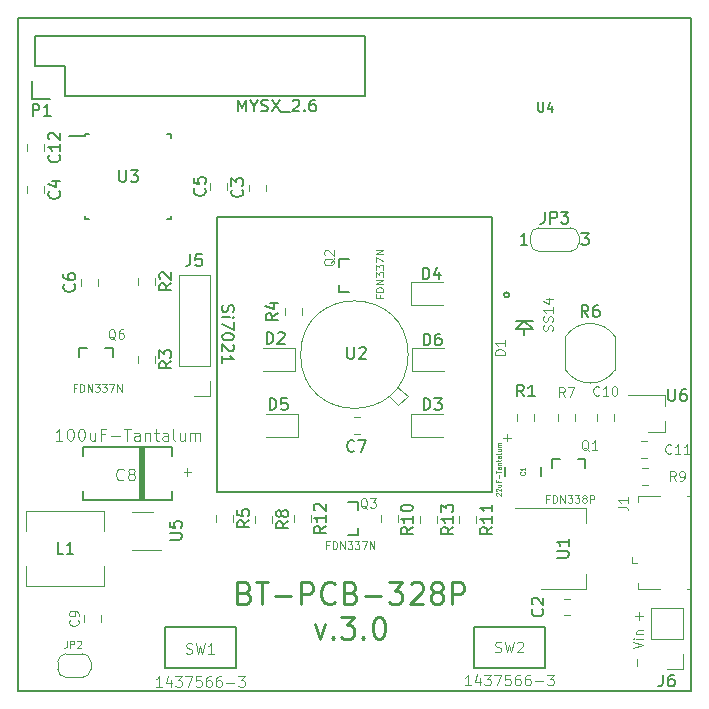
<source format=gbr>
%TF.GenerationSoftware,KiCad,Pcbnew,5.0.2-bee76a0~70~ubuntu18.04.1*%
%TF.CreationDate,2019-10-02T23:47:39+02:00*%
%TF.ProjectId,BT-Pcb-328P,42542d50-6362-42d3-9332-38502e6b6963,3.0*%
%TF.SameCoordinates,Original*%
%TF.FileFunction,Legend,Top*%
%TF.FilePolarity,Positive*%
%FSLAX46Y46*%
G04 Gerber Fmt 4.6, Leading zero omitted, Abs format (unit mm)*
G04 Created by KiCad (PCBNEW 5.0.2-bee76a0~70~ubuntu18.04.1) date mer 02 ott 2019 23:47:39 CEST*
%MOMM*%
%LPD*%
G01*
G04 APERTURE LIST*
%ADD10C,0.120000*%
%ADD11C,0.250000*%
%ADD12C,0.150000*%
%ADD13C,0.200000*%
%ADD14C,0.203200*%
%ADD15C,0.100000*%
%ADD16C,0.127000*%
%ADD17C,0.050000*%
%ADD18C,0.160000*%
G04 APERTURE END LIST*
D10*
X141408142Y-120065761D02*
X141408142Y-119456238D01*
X141712904Y-119761000D02*
X141103380Y-119761000D01*
X168459142Y-117144761D02*
X168459142Y-116535238D01*
X168763904Y-116840000D02*
X168154380Y-116840000D01*
X179635142Y-132257761D02*
X179635142Y-131648238D01*
X179939904Y-131953000D02*
X179330380Y-131953000D01*
X179508142Y-136194761D02*
X179508142Y-135585238D01*
X179139904Y-134677047D02*
X179939904Y-134410380D01*
X179139904Y-134143714D01*
X179939904Y-133877047D02*
X179406571Y-133877047D01*
X179139904Y-133877047D02*
X179178000Y-133915142D01*
X179216095Y-133877047D01*
X179178000Y-133838952D01*
X179139904Y-133877047D01*
X179216095Y-133877047D01*
X179406571Y-133496095D02*
X179939904Y-133496095D01*
X179482761Y-133496095D02*
X179444666Y-133458000D01*
X179406571Y-133381809D01*
X179406571Y-133267523D01*
X179444666Y-133191333D01*
X179520857Y-133153238D01*
X179939904Y-133153238D01*
D11*
X146236857Y-129968428D02*
X146494000Y-130054142D01*
X146579714Y-130139857D01*
X146665428Y-130311285D01*
X146665428Y-130568428D01*
X146579714Y-130739857D01*
X146494000Y-130825571D01*
X146322571Y-130911285D01*
X145636857Y-130911285D01*
X145636857Y-129111285D01*
X146236857Y-129111285D01*
X146408285Y-129197000D01*
X146494000Y-129282714D01*
X146579714Y-129454142D01*
X146579714Y-129625571D01*
X146494000Y-129797000D01*
X146408285Y-129882714D01*
X146236857Y-129968428D01*
X145636857Y-129968428D01*
X147179714Y-129111285D02*
X148208285Y-129111285D01*
X147694000Y-130911285D02*
X147694000Y-129111285D01*
X148808285Y-130225571D02*
X150179714Y-130225571D01*
X151036857Y-130911285D02*
X151036857Y-129111285D01*
X151722571Y-129111285D01*
X151894000Y-129197000D01*
X151979714Y-129282714D01*
X152065428Y-129454142D01*
X152065428Y-129711285D01*
X151979714Y-129882714D01*
X151894000Y-129968428D01*
X151722571Y-130054142D01*
X151036857Y-130054142D01*
X153865428Y-130739857D02*
X153779714Y-130825571D01*
X153522571Y-130911285D01*
X153351142Y-130911285D01*
X153094000Y-130825571D01*
X152922571Y-130654142D01*
X152836857Y-130482714D01*
X152751142Y-130139857D01*
X152751142Y-129882714D01*
X152836857Y-129539857D01*
X152922571Y-129368428D01*
X153094000Y-129197000D01*
X153351142Y-129111285D01*
X153522571Y-129111285D01*
X153779714Y-129197000D01*
X153865428Y-129282714D01*
X155236857Y-129968428D02*
X155494000Y-130054142D01*
X155579714Y-130139857D01*
X155665428Y-130311285D01*
X155665428Y-130568428D01*
X155579714Y-130739857D01*
X155494000Y-130825571D01*
X155322571Y-130911285D01*
X154636857Y-130911285D01*
X154636857Y-129111285D01*
X155236857Y-129111285D01*
X155408285Y-129197000D01*
X155494000Y-129282714D01*
X155579714Y-129454142D01*
X155579714Y-129625571D01*
X155494000Y-129797000D01*
X155408285Y-129882714D01*
X155236857Y-129968428D01*
X154636857Y-129968428D01*
X156436857Y-130225571D02*
X157808285Y-130225571D01*
X158494000Y-129111285D02*
X159608285Y-129111285D01*
X159008285Y-129797000D01*
X159265428Y-129797000D01*
X159436857Y-129882714D01*
X159522571Y-129968428D01*
X159608285Y-130139857D01*
X159608285Y-130568428D01*
X159522571Y-130739857D01*
X159436857Y-130825571D01*
X159265428Y-130911285D01*
X158751142Y-130911285D01*
X158579714Y-130825571D01*
X158494000Y-130739857D01*
X160294000Y-129282714D02*
X160379714Y-129197000D01*
X160551142Y-129111285D01*
X160979714Y-129111285D01*
X161151142Y-129197000D01*
X161236857Y-129282714D01*
X161322571Y-129454142D01*
X161322571Y-129625571D01*
X161236857Y-129882714D01*
X160208285Y-130911285D01*
X161322571Y-130911285D01*
X162351142Y-129882714D02*
X162179714Y-129797000D01*
X162094000Y-129711285D01*
X162008285Y-129539857D01*
X162008285Y-129454142D01*
X162094000Y-129282714D01*
X162179714Y-129197000D01*
X162351142Y-129111285D01*
X162694000Y-129111285D01*
X162865428Y-129197000D01*
X162951142Y-129282714D01*
X163036857Y-129454142D01*
X163036857Y-129539857D01*
X162951142Y-129711285D01*
X162865428Y-129797000D01*
X162694000Y-129882714D01*
X162351142Y-129882714D01*
X162179714Y-129968428D01*
X162094000Y-130054142D01*
X162008285Y-130225571D01*
X162008285Y-130568428D01*
X162094000Y-130739857D01*
X162179714Y-130825571D01*
X162351142Y-130911285D01*
X162694000Y-130911285D01*
X162865428Y-130825571D01*
X162951142Y-130739857D01*
X163036857Y-130568428D01*
X163036857Y-130225571D01*
X162951142Y-130054142D01*
X162865428Y-129968428D01*
X162694000Y-129882714D01*
X163808285Y-130911285D02*
X163808285Y-129111285D01*
X164494000Y-129111285D01*
X164665428Y-129197000D01*
X164751142Y-129282714D01*
X164836857Y-129454142D01*
X164836857Y-129711285D01*
X164751142Y-129882714D01*
X164665428Y-129968428D01*
X164494000Y-130054142D01*
X163808285Y-130054142D01*
X152194000Y-132661285D02*
X152622571Y-133861285D01*
X153051142Y-132661285D01*
X153736857Y-133689857D02*
X153822571Y-133775571D01*
X153736857Y-133861285D01*
X153651142Y-133775571D01*
X153736857Y-133689857D01*
X153736857Y-133861285D01*
X154422571Y-132061285D02*
X155536857Y-132061285D01*
X154936857Y-132747000D01*
X155194000Y-132747000D01*
X155365428Y-132832714D01*
X155451142Y-132918428D01*
X155536857Y-133089857D01*
X155536857Y-133518428D01*
X155451142Y-133689857D01*
X155365428Y-133775571D01*
X155194000Y-133861285D01*
X154679714Y-133861285D01*
X154508285Y-133775571D01*
X154422571Y-133689857D01*
X156308285Y-133689857D02*
X156394000Y-133775571D01*
X156308285Y-133861285D01*
X156222571Y-133775571D01*
X156308285Y-133689857D01*
X156308285Y-133861285D01*
X157508285Y-132061285D02*
X157679714Y-132061285D01*
X157851142Y-132147000D01*
X157936857Y-132232714D01*
X158022571Y-132404142D01*
X158108285Y-132747000D01*
X158108285Y-133175571D01*
X158022571Y-133518428D01*
X157936857Y-133689857D01*
X157851142Y-133775571D01*
X157679714Y-133861285D01*
X157508285Y-133861285D01*
X157336857Y-133775571D01*
X157251142Y-133689857D01*
X157165428Y-133518428D01*
X157079714Y-133175571D01*
X157079714Y-132747000D01*
X157165428Y-132404142D01*
X157251142Y-132232714D01*
X157336857Y-132147000D01*
X157508285Y-132061285D01*
D12*
X144375238Y-105648428D02*
X144327619Y-105791285D01*
X144327619Y-106029380D01*
X144375238Y-106124619D01*
X144422857Y-106172238D01*
X144518095Y-106219857D01*
X144613333Y-106219857D01*
X144708571Y-106172238D01*
X144756190Y-106124619D01*
X144803809Y-106029380D01*
X144851428Y-105838904D01*
X144899047Y-105743666D01*
X144946666Y-105696047D01*
X145041904Y-105648428D01*
X145137142Y-105648428D01*
X145232380Y-105696047D01*
X145280000Y-105743666D01*
X145327619Y-105838904D01*
X145327619Y-106077000D01*
X145280000Y-106219857D01*
X144327619Y-106648428D02*
X144994285Y-106648428D01*
X145327619Y-106648428D02*
X145280000Y-106600809D01*
X145232380Y-106648428D01*
X145280000Y-106696047D01*
X145327619Y-106648428D01*
X145232380Y-106648428D01*
X145327619Y-107029380D02*
X145327619Y-107696047D01*
X144327619Y-107267476D01*
X145327619Y-108267476D02*
X145327619Y-108362714D01*
X145280000Y-108457952D01*
X145232380Y-108505571D01*
X145137142Y-108553190D01*
X144946666Y-108600809D01*
X144708571Y-108600809D01*
X144518095Y-108553190D01*
X144422857Y-108505571D01*
X144375238Y-108457952D01*
X144327619Y-108362714D01*
X144327619Y-108267476D01*
X144375238Y-108172238D01*
X144422857Y-108124619D01*
X144518095Y-108077000D01*
X144708571Y-108029380D01*
X144946666Y-108029380D01*
X145137142Y-108077000D01*
X145232380Y-108124619D01*
X145280000Y-108172238D01*
X145327619Y-108267476D01*
X145232380Y-108981761D02*
X145280000Y-109029380D01*
X145327619Y-109124619D01*
X145327619Y-109362714D01*
X145280000Y-109457952D01*
X145232380Y-109505571D01*
X145137142Y-109553190D01*
X145041904Y-109553190D01*
X144899047Y-109505571D01*
X144327619Y-108934142D01*
X144327619Y-109553190D01*
X144327619Y-110505571D02*
X144327619Y-109934142D01*
X144327619Y-110219857D02*
X145327619Y-110219857D01*
X145184761Y-110124619D01*
X145089523Y-110029380D01*
X145041904Y-109934142D01*
D13*
X167190000Y-98170000D02*
X167190000Y-121470000D01*
X143890000Y-121470000D02*
X143890000Y-98170000D01*
X143890000Y-121470000D02*
X167190000Y-121470000D01*
X143890000Y-98170000D02*
X167190000Y-98170000D01*
D12*
X184040000Y-138320000D02*
X184040000Y-81320000D01*
X127040000Y-138320000D02*
X127040000Y-81320000D01*
X127040000Y-138320000D02*
X184040000Y-138320000D01*
X127040000Y-81320000D02*
X184040000Y-81320000D01*
D10*
X155521922Y-116534000D02*
X156039078Y-116534000D01*
X155521922Y-115114000D02*
X156039078Y-115114000D01*
D14*
X155041600Y-122275600D02*
X155854400Y-122275600D01*
X155854400Y-122275600D02*
X155854400Y-122934400D01*
X155854400Y-125120400D02*
X155041600Y-125120400D01*
X155854400Y-124461600D02*
X155854400Y-125120400D01*
D15*
X160091099Y-109820000D02*
G75*
G03X160091099Y-109820000I-4551099J0D01*
G01*
X159240000Y-114120000D02*
X158440000Y-113320000D01*
X160040000Y-113320000D02*
X159240000Y-114120000D01*
X159140000Y-112520000D02*
X160040000Y-113320000D01*
D10*
X173301922Y-130481000D02*
X173819078Y-130481000D01*
X173301922Y-131901000D02*
X173819078Y-131901000D01*
D12*
X131064000Y-87884000D02*
X156464000Y-87884000D01*
X156464000Y-87884000D02*
X156464000Y-82804000D01*
X156464000Y-82804000D02*
X128524000Y-82804000D01*
X128524000Y-82804000D02*
X128524000Y-85344000D01*
X128244000Y-86614000D02*
X128244000Y-88164000D01*
X128524000Y-85344000D02*
X131064000Y-85344000D01*
X131064000Y-85344000D02*
X131064000Y-87884000D01*
X128244000Y-88164000D02*
X129794000Y-88164000D01*
D14*
X132247600Y-110050400D02*
X132247600Y-109237600D01*
X132247600Y-109237600D02*
X132906400Y-109237600D01*
X135092400Y-109237600D02*
X135092400Y-110050400D01*
X134433600Y-109237600D02*
X135092400Y-109237600D01*
D10*
X138632000Y-109977422D02*
X138632000Y-110494578D01*
X137212000Y-109977422D02*
X137212000Y-110494578D01*
X183321000Y-131258000D02*
X180661000Y-131258000D01*
X183321000Y-133858000D02*
X183321000Y-131258000D01*
X180661000Y-133858000D02*
X180661000Y-131258000D01*
X183321000Y-133858000D02*
X180661000Y-133858000D01*
X183321000Y-135128000D02*
X183321000Y-136458000D01*
X183321000Y-136458000D02*
X181991000Y-136458000D01*
X129234000Y-92021922D02*
X129234000Y-92539078D01*
X127814000Y-92021922D02*
X127814000Y-92539078D01*
D16*
X168649610Y-104760000D02*
G75*
G03X168649610Y-104760000I-223610J0D01*
G01*
X169226000Y-106960000D02*
X169926000Y-106960000D01*
X169926000Y-106960000D02*
X170626000Y-106960000D01*
X169926000Y-106960000D02*
X169226000Y-107660000D01*
X169926000Y-106960000D02*
X170626000Y-107660000D01*
X170626000Y-107660000D02*
X169926000Y-107660000D01*
X169926000Y-107660000D02*
X169226000Y-107660000D01*
X169926000Y-107660000D02*
X169926000Y-108133000D01*
X140096000Y-121388000D02*
X140096000Y-122138000D01*
X140096000Y-122138000D02*
X132596000Y-122138000D01*
X132596000Y-122138000D02*
X132596000Y-121388000D01*
X140096000Y-118388000D02*
X140096000Y-117638000D01*
X140096000Y-117638000D02*
X132596000Y-117638000D01*
X132596000Y-117638000D02*
X132596000Y-118388000D01*
D12*
G36*
X137848490Y-122138000D02*
X137346000Y-122138000D01*
X137346000Y-117634260D01*
X137848490Y-117634260D01*
X137848490Y-122138000D01*
G37*
D16*
X145494000Y-132870000D02*
X139494000Y-132870000D01*
X145494000Y-136370000D02*
X145494000Y-132870000D01*
X139494000Y-136370000D02*
X145494000Y-136370000D01*
X139494000Y-132870000D02*
X139494000Y-136370000D01*
X171656000Y-136370000D02*
X171656000Y-132870000D01*
X171656000Y-132870000D02*
X165656000Y-132870000D01*
X165656000Y-132870000D02*
X165656000Y-136370000D01*
X165656000Y-136370000D02*
X171656000Y-136370000D01*
X171299000Y-119338000D02*
X171299000Y-120078000D01*
X168299000Y-119338000D02*
X168299000Y-120078000D01*
D10*
X180344578Y-117146000D02*
X179827422Y-117146000D01*
X180344578Y-118566000D02*
X179827422Y-118566000D01*
X132640000Y-132417078D02*
X132640000Y-131899922D01*
X134060000Y-132417078D02*
X134060000Y-131899922D01*
X132386000Y-103969078D02*
X132386000Y-103451922D01*
X133806000Y-103969078D02*
X133806000Y-103451922D01*
X143308000Y-95323922D02*
X143308000Y-95841078D01*
X144728000Y-95323922D02*
X144728000Y-95841078D01*
X129234000Y-95577922D02*
X129234000Y-96095078D01*
X127814000Y-95577922D02*
X127814000Y-96095078D01*
X148030000Y-95938078D02*
X148030000Y-95420922D01*
X146610000Y-95938078D02*
X146610000Y-95420922D01*
X176074000Y-115399078D02*
X176074000Y-114881922D01*
X177494000Y-115399078D02*
X177494000Y-114881922D01*
X143316000Y-103064000D02*
X140656000Y-103064000D01*
X143316000Y-110744000D02*
X143316000Y-103064000D01*
X140656000Y-110744000D02*
X140656000Y-103064000D01*
X143316000Y-110744000D02*
X140656000Y-110744000D01*
X143316000Y-112014000D02*
X143316000Y-113344000D01*
X143316000Y-113344000D02*
X141986000Y-113344000D01*
X179593500Y-129630000D02*
X179593500Y-129180000D01*
X181443500Y-129630000D02*
X179593500Y-129630000D01*
X183993500Y-121830000D02*
X183743500Y-121830000D01*
X183993500Y-129630000D02*
X183743500Y-129630000D01*
X181443500Y-121830000D02*
X179593500Y-121830000D01*
X179593500Y-121830000D02*
X179593500Y-122280000D01*
X179043500Y-127430000D02*
X179043500Y-126980000D01*
X179043500Y-127430000D02*
X179493500Y-127430000D01*
D14*
X155092400Y-104546400D02*
X154279600Y-104546400D01*
X154279600Y-104546400D02*
X154279600Y-103887600D01*
X154279600Y-101701600D02*
X155092400Y-101701600D01*
X154279600Y-102360400D02*
X154279600Y-101701600D01*
X172252600Y-119448400D02*
X172252600Y-118635600D01*
X172252600Y-118635600D02*
X172911400Y-118635600D01*
X175097400Y-118635600D02*
X175097400Y-119448400D01*
X174438600Y-118635600D02*
X175097400Y-118635600D01*
D10*
X134364000Y-127738000D02*
X134364000Y-129438000D01*
X134364000Y-129438000D02*
X127764000Y-129438000D01*
X127764000Y-129438000D02*
X127764000Y-127738000D01*
X127764000Y-124738000D02*
X127764000Y-123038000D01*
X127764000Y-123038000D02*
X134364000Y-123038000D01*
X134364000Y-123038000D02*
X134364000Y-124738000D01*
X132526000Y-135144000D02*
G75*
G02X133226000Y-135844000I0J-700000D01*
G01*
X133226000Y-136444000D02*
G75*
G02X132526000Y-137144000I-700000J0D01*
G01*
X131126000Y-137144000D02*
G75*
G02X130426000Y-136444000I0J700000D01*
G01*
X130426000Y-135844000D02*
G75*
G02X131126000Y-135144000I700000J0D01*
G01*
X130426000Y-136444000D02*
X130426000Y-135844000D01*
X132526000Y-137144000D02*
X131126000Y-137144000D01*
X133226000Y-135844000D02*
X133226000Y-136444000D01*
X131126000Y-135144000D02*
X132526000Y-135144000D01*
X170446000Y-100376000D02*
X170446000Y-99776000D01*
X173896000Y-101076000D02*
X171096000Y-101076000D01*
X174546000Y-99776000D02*
X174546000Y-100376000D01*
X171096000Y-99076000D02*
X173896000Y-99076000D01*
X173846000Y-99076000D02*
G75*
G02X174546000Y-99776000I0J-700000D01*
G01*
X174546000Y-100376000D02*
G75*
G02X173846000Y-101076000I-700000J0D01*
G01*
X171146000Y-101076000D02*
G75*
G02X170446000Y-100376000I0J700000D01*
G01*
X170446000Y-99776000D02*
G75*
G02X171146000Y-99076000I700000J0D01*
G01*
X163052000Y-114864000D02*
X160367000Y-114864000D01*
X160367000Y-114864000D02*
X160367000Y-116784000D01*
X160367000Y-116784000D02*
X163052000Y-116784000D01*
X160367000Y-105608000D02*
X163052000Y-105608000D01*
X160367000Y-103688000D02*
X160367000Y-105608000D01*
X163052000Y-103688000D02*
X160367000Y-103688000D01*
X147844000Y-111196000D02*
X150529000Y-111196000D01*
X150529000Y-111196000D02*
X150529000Y-109276000D01*
X150529000Y-109276000D02*
X147844000Y-109276000D01*
X150783000Y-114864000D02*
X148098000Y-114864000D01*
X150783000Y-116784000D02*
X150783000Y-114864000D01*
X148098000Y-116784000D02*
X150783000Y-116784000D01*
X163130500Y-109276000D02*
X160445500Y-109276000D01*
X160445500Y-109276000D02*
X160445500Y-111196000D01*
X160445500Y-111196000D02*
X163130500Y-111196000D01*
X173414000Y-108304000D02*
X173414000Y-111104000D01*
X177614000Y-108304000D02*
X177614000Y-111104000D01*
X173404758Y-111090037D02*
G75*
G03X177614000Y-111104000I2109242J1386037D01*
G01*
X177623242Y-108317963D02*
G75*
G03X173414000Y-108304000I-2109242J-1386037D01*
G01*
D12*
X132773000Y-91117000D02*
X132773000Y-91342000D01*
X140023000Y-91117000D02*
X140023000Y-91442000D01*
X140023000Y-98367000D02*
X140023000Y-98042000D01*
X132773000Y-98367000D02*
X132773000Y-98042000D01*
X132773000Y-91117000D02*
X133098000Y-91117000D01*
X132773000Y-98367000D02*
X133098000Y-98367000D01*
X140023000Y-98367000D02*
X139698000Y-98367000D01*
X140023000Y-91117000D02*
X139698000Y-91117000D01*
X132773000Y-91342000D02*
X131348000Y-91342000D01*
D10*
X175138000Y-129648000D02*
X175138000Y-128388000D01*
X175138000Y-122828000D02*
X175138000Y-124088000D01*
X171378000Y-129648000D02*
X175138000Y-129648000D01*
X169128000Y-122828000D02*
X175138000Y-122828000D01*
X138484000Y-123104000D02*
X136684000Y-123104000D01*
X136684000Y-126324000D02*
X139134000Y-126324000D01*
X181862000Y-116388000D02*
X181862000Y-115458000D01*
X181862000Y-113228000D02*
X181862000Y-114158000D01*
X181862000Y-113228000D02*
X178702000Y-113228000D01*
X181862000Y-116388000D02*
X180402000Y-116388000D01*
X165810000Y-123517922D02*
X165810000Y-124035078D01*
X164390000Y-123517922D02*
X164390000Y-124035078D01*
X149658000Y-105913422D02*
X149658000Y-106430578D01*
X151078000Y-105913422D02*
X151078000Y-106430578D01*
X137212000Y-103373422D02*
X137212000Y-103890578D01*
X138632000Y-103373422D02*
X138632000Y-103890578D01*
X170763000Y-114881922D02*
X170763000Y-115399078D01*
X169343000Y-114881922D02*
X169343000Y-115399078D01*
X143816000Y-123439422D02*
X143816000Y-123956578D01*
X145236000Y-123439422D02*
X145236000Y-123956578D01*
X174192000Y-114881922D02*
X174192000Y-115399078D01*
X172772000Y-114881922D02*
X172772000Y-115399078D01*
X147118000Y-123517922D02*
X147118000Y-124035078D01*
X148538000Y-123517922D02*
X148538000Y-124035078D01*
X159206000Y-123439422D02*
X159206000Y-123956578D01*
X157786000Y-123439422D02*
X157786000Y-123956578D01*
X150420000Y-123439422D02*
X150420000Y-123956578D01*
X151840000Y-123439422D02*
X151840000Y-123956578D01*
X161088000Y-123517922D02*
X161088000Y-124035078D01*
X162508000Y-123517922D02*
X162508000Y-124035078D01*
X180423078Y-120852000D02*
X179905922Y-120852000D01*
X180423078Y-119432000D02*
X179905922Y-119432000D01*
D12*
X155535333Y-117959142D02*
X155487714Y-118006761D01*
X155344857Y-118054380D01*
X155249619Y-118054380D01*
X155106761Y-118006761D01*
X155011523Y-117911523D01*
X154963904Y-117816285D01*
X154916285Y-117625809D01*
X154916285Y-117482952D01*
X154963904Y-117292476D01*
X155011523Y-117197238D01*
X155106761Y-117102000D01*
X155249619Y-117054380D01*
X155344857Y-117054380D01*
X155487714Y-117102000D01*
X155535333Y-117149619D01*
X155868666Y-117054380D02*
X156535333Y-117054380D01*
X156106761Y-118054380D01*
D17*
X156641780Y-122866263D02*
X156565560Y-122828153D01*
X156489340Y-122751933D01*
X156375011Y-122637604D01*
X156298791Y-122599494D01*
X156222571Y-122599494D01*
X156260681Y-122790043D02*
X156184462Y-122751933D01*
X156108242Y-122675714D01*
X156070132Y-122523274D01*
X156070132Y-122256505D01*
X156108242Y-122104066D01*
X156184462Y-122027846D01*
X156260681Y-121989736D01*
X156413121Y-121989736D01*
X156489340Y-122027846D01*
X156565560Y-122104066D01*
X156603670Y-122256505D01*
X156603670Y-122523274D01*
X156565560Y-122675714D01*
X156489340Y-122751933D01*
X156413121Y-122790043D01*
X156260681Y-122790043D01*
X156870439Y-121989736D02*
X157365867Y-121989736D01*
X157099098Y-122294615D01*
X157213428Y-122294615D01*
X157289647Y-122332725D01*
X157327757Y-122370835D01*
X157365867Y-122447054D01*
X157365867Y-122637604D01*
X157327757Y-122713823D01*
X157289647Y-122751933D01*
X157213428Y-122790043D01*
X156984769Y-122790043D01*
X156908549Y-122751933D01*
X156870439Y-122713823D01*
X153378045Y-125938219D02*
X153164404Y-125938219D01*
X153164404Y-126273942D02*
X153164404Y-125633017D01*
X153469606Y-125633017D01*
X153713768Y-126273942D02*
X153713768Y-125633017D01*
X153866369Y-125633017D01*
X153957930Y-125663537D01*
X154018970Y-125724577D01*
X154049491Y-125785618D01*
X154080011Y-125907699D01*
X154080011Y-125999260D01*
X154049491Y-126121341D01*
X154018970Y-126182381D01*
X153957930Y-126243422D01*
X153866369Y-126273942D01*
X153713768Y-126273942D01*
X154354693Y-126273942D02*
X154354693Y-125633017D01*
X154720936Y-126273942D01*
X154720936Y-125633017D01*
X154965098Y-125633017D02*
X155361861Y-125633017D01*
X155148219Y-125877179D01*
X155239780Y-125877179D01*
X155300820Y-125907699D01*
X155331341Y-125938219D01*
X155361861Y-125999260D01*
X155361861Y-126151861D01*
X155331341Y-126212901D01*
X155300820Y-126243422D01*
X155239780Y-126273942D01*
X155056658Y-126273942D01*
X154995618Y-126243422D01*
X154965098Y-126212901D01*
X155575502Y-125633017D02*
X155972266Y-125633017D01*
X155758624Y-125877179D01*
X155850185Y-125877179D01*
X155911225Y-125907699D01*
X155941745Y-125938219D01*
X155972266Y-125999260D01*
X155972266Y-126151861D01*
X155941745Y-126212901D01*
X155911225Y-126243422D01*
X155850185Y-126273942D01*
X155667063Y-126273942D01*
X155606023Y-126243422D01*
X155575502Y-126212901D01*
X156185907Y-125633017D02*
X156613191Y-125633017D01*
X156338508Y-126273942D01*
X156857352Y-126273942D02*
X156857352Y-125633017D01*
X157223595Y-126273942D01*
X157223595Y-125633017D01*
D12*
X154940095Y-109180380D02*
X154940095Y-109989904D01*
X154987714Y-110085142D01*
X155035333Y-110132761D01*
X155130571Y-110180380D01*
X155321047Y-110180380D01*
X155416285Y-110132761D01*
X155463904Y-110085142D01*
X155511523Y-109989904D01*
X155511523Y-109180380D01*
X155940095Y-109275619D02*
X155987714Y-109228000D01*
X156082952Y-109180380D01*
X156321047Y-109180380D01*
X156416285Y-109228000D01*
X156463904Y-109275619D01*
X156511523Y-109370857D01*
X156511523Y-109466095D01*
X156463904Y-109608952D01*
X155892476Y-110180380D01*
X156511523Y-110180380D01*
X171456142Y-131357666D02*
X171503761Y-131405285D01*
X171551380Y-131548142D01*
X171551380Y-131643380D01*
X171503761Y-131786238D01*
X171408523Y-131881476D01*
X171313285Y-131929095D01*
X171122809Y-131976714D01*
X170979952Y-131976714D01*
X170789476Y-131929095D01*
X170694238Y-131881476D01*
X170599000Y-131786238D01*
X170551380Y-131643380D01*
X170551380Y-131548142D01*
X170599000Y-131405285D01*
X170646619Y-131357666D01*
X170646619Y-130976714D02*
X170599000Y-130929095D01*
X170551380Y-130833857D01*
X170551380Y-130595761D01*
X170599000Y-130500523D01*
X170646619Y-130452904D01*
X170741857Y-130405285D01*
X170837095Y-130405285D01*
X170979952Y-130452904D01*
X171551380Y-131024333D01*
X171551380Y-130405285D01*
X128293904Y-89606380D02*
X128293904Y-88606380D01*
X128674857Y-88606380D01*
X128770095Y-88654000D01*
X128817714Y-88701619D01*
X128865333Y-88796857D01*
X128865333Y-88939714D01*
X128817714Y-89034952D01*
X128770095Y-89082571D01*
X128674857Y-89130190D01*
X128293904Y-89130190D01*
X129817714Y-89606380D02*
X129246285Y-89606380D01*
X129532000Y-89606380D02*
X129532000Y-88606380D01*
X129436761Y-88749238D01*
X129341523Y-88844476D01*
X129246285Y-88892095D01*
X145685285Y-89225380D02*
X145685285Y-88225380D01*
X146018619Y-88939666D01*
X146351952Y-88225380D01*
X146351952Y-89225380D01*
X147018619Y-88749190D02*
X147018619Y-89225380D01*
X146685285Y-88225380D02*
X147018619Y-88749190D01*
X147351952Y-88225380D01*
X147637666Y-89177761D02*
X147780523Y-89225380D01*
X148018619Y-89225380D01*
X148113857Y-89177761D01*
X148161476Y-89130142D01*
X148209095Y-89034904D01*
X148209095Y-88939666D01*
X148161476Y-88844428D01*
X148113857Y-88796809D01*
X148018619Y-88749190D01*
X147828142Y-88701571D01*
X147732904Y-88653952D01*
X147685285Y-88606333D01*
X147637666Y-88511095D01*
X147637666Y-88415857D01*
X147685285Y-88320619D01*
X147732904Y-88273000D01*
X147828142Y-88225380D01*
X148066238Y-88225380D01*
X148209095Y-88273000D01*
X148542428Y-88225380D02*
X149209095Y-89225380D01*
X149209095Y-88225380D02*
X148542428Y-89225380D01*
X149351952Y-89320619D02*
X150113857Y-89320619D01*
X150304333Y-88320619D02*
X150351952Y-88273000D01*
X150447190Y-88225380D01*
X150685285Y-88225380D01*
X150780523Y-88273000D01*
X150828142Y-88320619D01*
X150875761Y-88415857D01*
X150875761Y-88511095D01*
X150828142Y-88653952D01*
X150256714Y-89225380D01*
X150875761Y-89225380D01*
X151304333Y-89130142D02*
X151351952Y-89177761D01*
X151304333Y-89225380D01*
X151256714Y-89177761D01*
X151304333Y-89130142D01*
X151304333Y-89225380D01*
X152209095Y-88225380D02*
X152018619Y-88225380D01*
X151923380Y-88273000D01*
X151875761Y-88320619D01*
X151780523Y-88463476D01*
X151732904Y-88653952D01*
X151732904Y-89034904D01*
X151780523Y-89130142D01*
X151828142Y-89177761D01*
X151923380Y-89225380D01*
X152113857Y-89225380D01*
X152209095Y-89177761D01*
X152256714Y-89130142D01*
X152304333Y-89034904D01*
X152304333Y-88796809D01*
X152256714Y-88701571D01*
X152209095Y-88653952D01*
X152113857Y-88606333D01*
X151923380Y-88606333D01*
X151828142Y-88653952D01*
X151780523Y-88701571D01*
X151732904Y-88796809D01*
D17*
X135305780Y-108557583D02*
X135229560Y-108519473D01*
X135153340Y-108443253D01*
X135039011Y-108328924D01*
X134962791Y-108290814D01*
X134886571Y-108290814D01*
X134924681Y-108481363D02*
X134848462Y-108443253D01*
X134772242Y-108367034D01*
X134734132Y-108214594D01*
X134734132Y-107947825D01*
X134772242Y-107795386D01*
X134848462Y-107719166D01*
X134924681Y-107681056D01*
X135077121Y-107681056D01*
X135153340Y-107719166D01*
X135229560Y-107795386D01*
X135267670Y-107947825D01*
X135267670Y-108214594D01*
X135229560Y-108367034D01*
X135153340Y-108443253D01*
X135077121Y-108481363D01*
X134924681Y-108481363D01*
X135953647Y-107681056D02*
X135801208Y-107681056D01*
X135724988Y-107719166D01*
X135686878Y-107757276D01*
X135610659Y-107871605D01*
X135572549Y-108024045D01*
X135572549Y-108328924D01*
X135610659Y-108405143D01*
X135648769Y-108443253D01*
X135724988Y-108481363D01*
X135877428Y-108481363D01*
X135953647Y-108443253D01*
X135991757Y-108405143D01*
X136029867Y-108328924D01*
X136029867Y-108138374D01*
X135991757Y-108062155D01*
X135953647Y-108024045D01*
X135877428Y-107985935D01*
X135724988Y-107985935D01*
X135648769Y-108024045D01*
X135610659Y-108062155D01*
X135572549Y-108138374D01*
X131981232Y-112624819D02*
X131767591Y-112624819D01*
X131767591Y-112960542D02*
X131767591Y-112319617D01*
X132072793Y-112319617D01*
X132316955Y-112960542D02*
X132316955Y-112319617D01*
X132469556Y-112319617D01*
X132561117Y-112350137D01*
X132622157Y-112411177D01*
X132652678Y-112472218D01*
X132683198Y-112594299D01*
X132683198Y-112685860D01*
X132652678Y-112807941D01*
X132622157Y-112868981D01*
X132561117Y-112930022D01*
X132469556Y-112960542D01*
X132316955Y-112960542D01*
X132957880Y-112960542D02*
X132957880Y-112319617D01*
X133324123Y-112960542D01*
X133324123Y-112319617D01*
X133568285Y-112319617D02*
X133965048Y-112319617D01*
X133751406Y-112563779D01*
X133842967Y-112563779D01*
X133904007Y-112594299D01*
X133934528Y-112624819D01*
X133965048Y-112685860D01*
X133965048Y-112838461D01*
X133934528Y-112899501D01*
X133904007Y-112930022D01*
X133842967Y-112960542D01*
X133659845Y-112960542D01*
X133598805Y-112930022D01*
X133568285Y-112899501D01*
X134178689Y-112319617D02*
X134575453Y-112319617D01*
X134361811Y-112563779D01*
X134453372Y-112563779D01*
X134514412Y-112594299D01*
X134544932Y-112624819D01*
X134575453Y-112685860D01*
X134575453Y-112838461D01*
X134544932Y-112899501D01*
X134514412Y-112930022D01*
X134453372Y-112960542D01*
X134270250Y-112960542D01*
X134209210Y-112930022D01*
X134178689Y-112899501D01*
X134789094Y-112319617D02*
X135216378Y-112319617D01*
X134941695Y-112960542D01*
X135460539Y-112960542D02*
X135460539Y-112319617D01*
X135826782Y-112960542D01*
X135826782Y-112319617D01*
D12*
X140024380Y-110402666D02*
X139548190Y-110736000D01*
X140024380Y-110974095D02*
X139024380Y-110974095D01*
X139024380Y-110593142D01*
X139072000Y-110497904D01*
X139119619Y-110450285D01*
X139214857Y-110402666D01*
X139357714Y-110402666D01*
X139452952Y-110450285D01*
X139500571Y-110497904D01*
X139548190Y-110593142D01*
X139548190Y-110974095D01*
X139024380Y-110069333D02*
X139024380Y-109450285D01*
X139405333Y-109783619D01*
X139405333Y-109640761D01*
X139452952Y-109545523D01*
X139500571Y-109497904D01*
X139595809Y-109450285D01*
X139833904Y-109450285D01*
X139929142Y-109497904D01*
X139976761Y-109545523D01*
X140024380Y-109640761D01*
X140024380Y-109926476D01*
X139976761Y-110021714D01*
X139929142Y-110069333D01*
X181657666Y-136910380D02*
X181657666Y-137624666D01*
X181610047Y-137767523D01*
X181514809Y-137862761D01*
X181371952Y-137910380D01*
X181276714Y-137910380D01*
X182562428Y-136910380D02*
X182371952Y-136910380D01*
X182276714Y-136958000D01*
X182229095Y-137005619D01*
X182133857Y-137148476D01*
X182086238Y-137338952D01*
X182086238Y-137719904D01*
X182133857Y-137815142D01*
X182181476Y-137862761D01*
X182276714Y-137910380D01*
X182467190Y-137910380D01*
X182562428Y-137862761D01*
X182610047Y-137815142D01*
X182657666Y-137719904D01*
X182657666Y-137481809D01*
X182610047Y-137386571D01*
X182562428Y-137338952D01*
X182467190Y-137291333D01*
X182276714Y-137291333D01*
X182181476Y-137338952D01*
X182133857Y-137386571D01*
X182086238Y-137481809D01*
X130531142Y-92923357D02*
X130578761Y-92970976D01*
X130626380Y-93113833D01*
X130626380Y-93209071D01*
X130578761Y-93351928D01*
X130483523Y-93447166D01*
X130388285Y-93494785D01*
X130197809Y-93542404D01*
X130054952Y-93542404D01*
X129864476Y-93494785D01*
X129769238Y-93447166D01*
X129674000Y-93351928D01*
X129626380Y-93209071D01*
X129626380Y-93113833D01*
X129674000Y-92970976D01*
X129721619Y-92923357D01*
X130626380Y-91970976D02*
X130626380Y-92542404D01*
X130626380Y-92256690D02*
X129626380Y-92256690D01*
X129769238Y-92351928D01*
X129864476Y-92447166D01*
X129912095Y-92542404D01*
X129721619Y-91590023D02*
X129674000Y-91542404D01*
X129626380Y-91447166D01*
X129626380Y-91209071D01*
X129674000Y-91113833D01*
X129721619Y-91066214D01*
X129816857Y-91018595D01*
X129912095Y-91018595D01*
X130054952Y-91066214D01*
X130626380Y-91637642D01*
X130626380Y-91018595D01*
D10*
X168255904Y-109810476D02*
X167455904Y-109810476D01*
X167455904Y-109620000D01*
X167494000Y-109505714D01*
X167570190Y-109429523D01*
X167646380Y-109391428D01*
X167798761Y-109353333D01*
X167913047Y-109353333D01*
X168065428Y-109391428D01*
X168141619Y-109429523D01*
X168217809Y-109505714D01*
X168255904Y-109620000D01*
X168255904Y-109810476D01*
X168255904Y-108591428D02*
X168255904Y-109048571D01*
X168255904Y-108820000D02*
X167455904Y-108820000D01*
X167570190Y-108896190D01*
X167646380Y-108972380D01*
X167684476Y-109048571D01*
X172281809Y-107797428D02*
X172319904Y-107683142D01*
X172319904Y-107492666D01*
X172281809Y-107416476D01*
X172243714Y-107378380D01*
X172167523Y-107340285D01*
X172091333Y-107340285D01*
X172015142Y-107378380D01*
X171977047Y-107416476D01*
X171938952Y-107492666D01*
X171900857Y-107645047D01*
X171862761Y-107721238D01*
X171824666Y-107759333D01*
X171748476Y-107797428D01*
X171672285Y-107797428D01*
X171596095Y-107759333D01*
X171558000Y-107721238D01*
X171519904Y-107645047D01*
X171519904Y-107454571D01*
X171558000Y-107340285D01*
X172281809Y-107035523D02*
X172319904Y-106921238D01*
X172319904Y-106730761D01*
X172281809Y-106654571D01*
X172243714Y-106616476D01*
X172167523Y-106578380D01*
X172091333Y-106578380D01*
X172015142Y-106616476D01*
X171977047Y-106654571D01*
X171938952Y-106730761D01*
X171900857Y-106883142D01*
X171862761Y-106959333D01*
X171824666Y-106997428D01*
X171748476Y-107035523D01*
X171672285Y-107035523D01*
X171596095Y-106997428D01*
X171558000Y-106959333D01*
X171519904Y-106883142D01*
X171519904Y-106692666D01*
X171558000Y-106578380D01*
X172319904Y-105816476D02*
X172319904Y-106273619D01*
X172319904Y-106045047D02*
X171519904Y-106045047D01*
X171634190Y-106121238D01*
X171710380Y-106197428D01*
X171748476Y-106273619D01*
X171786571Y-105130761D02*
X172319904Y-105130761D01*
X171481809Y-105321238D02*
X172053238Y-105511714D01*
X172053238Y-105016476D01*
D17*
X136000243Y-120372335D02*
X135952598Y-120419980D01*
X135809664Y-120467625D01*
X135714374Y-120467625D01*
X135571440Y-120419980D01*
X135476150Y-120324690D01*
X135428506Y-120229401D01*
X135380861Y-120038822D01*
X135380861Y-119895888D01*
X135428506Y-119705309D01*
X135476150Y-119610019D01*
X135571440Y-119514730D01*
X135714374Y-119467085D01*
X135809664Y-119467085D01*
X135952598Y-119514730D01*
X136000243Y-119562374D01*
X136571980Y-119895888D02*
X136476690Y-119848243D01*
X136429046Y-119800598D01*
X136381401Y-119705309D01*
X136381401Y-119657664D01*
X136429046Y-119562374D01*
X136476690Y-119514730D01*
X136571980Y-119467085D01*
X136762559Y-119467085D01*
X136857849Y-119514730D01*
X136905493Y-119562374D01*
X136953138Y-119657664D01*
X136953138Y-119705309D01*
X136905493Y-119800598D01*
X136857849Y-119848243D01*
X136762559Y-119895888D01*
X136571980Y-119895888D01*
X136476690Y-119943532D01*
X136429046Y-119991177D01*
X136381401Y-120086467D01*
X136381401Y-120277046D01*
X136429046Y-120372335D01*
X136476690Y-120419980D01*
X136571980Y-120467625D01*
X136762559Y-120467625D01*
X136857849Y-120419980D01*
X136905493Y-120372335D01*
X136953138Y-120277046D01*
X136953138Y-120086467D01*
X136905493Y-119991177D01*
X136857849Y-119943532D01*
X136762559Y-119895888D01*
X130821612Y-117095913D02*
X130249675Y-117095913D01*
X130535644Y-117095913D02*
X130535644Y-116095023D01*
X130440321Y-116238007D01*
X130344998Y-116333330D01*
X130249675Y-116380992D01*
X131441211Y-116095023D02*
X131536534Y-116095023D01*
X131631857Y-116142685D01*
X131679518Y-116190346D01*
X131727180Y-116285669D01*
X131774841Y-116476315D01*
X131774841Y-116714622D01*
X131727180Y-116905267D01*
X131679518Y-117000590D01*
X131631857Y-117048252D01*
X131536534Y-117095913D01*
X131441211Y-117095913D01*
X131345888Y-117048252D01*
X131298227Y-117000590D01*
X131250565Y-116905267D01*
X131202904Y-116714622D01*
X131202904Y-116476315D01*
X131250565Y-116285669D01*
X131298227Y-116190346D01*
X131345888Y-116142685D01*
X131441211Y-116095023D01*
X132394440Y-116095023D02*
X132489762Y-116095023D01*
X132585085Y-116142685D01*
X132632747Y-116190346D01*
X132680408Y-116285669D01*
X132728070Y-116476315D01*
X132728070Y-116714622D01*
X132680408Y-116905267D01*
X132632747Y-117000590D01*
X132585085Y-117048252D01*
X132489762Y-117095913D01*
X132394440Y-117095913D01*
X132299117Y-117048252D01*
X132251455Y-117000590D01*
X132203794Y-116905267D01*
X132156132Y-116714622D01*
X132156132Y-116476315D01*
X132203794Y-116285669D01*
X132251455Y-116190346D01*
X132299117Y-116142685D01*
X132394440Y-116095023D01*
X133585975Y-116428653D02*
X133585975Y-117095913D01*
X133157022Y-116428653D02*
X133157022Y-116952929D01*
X133204684Y-117048252D01*
X133300007Y-117095913D01*
X133442991Y-117095913D01*
X133538314Y-117048252D01*
X133585975Y-117000590D01*
X134396220Y-116571637D02*
X134062590Y-116571637D01*
X134062590Y-117095913D02*
X134062590Y-116095023D01*
X134539204Y-116095023D01*
X134920495Y-116714622D02*
X135683078Y-116714622D01*
X136016708Y-116095023D02*
X136588645Y-116095023D01*
X136302677Y-117095913D02*
X136302677Y-116095023D01*
X137351228Y-117095913D02*
X137351228Y-116571637D01*
X137303567Y-116476315D01*
X137208244Y-116428653D01*
X137017598Y-116428653D01*
X136922275Y-116476315D01*
X137351228Y-117048252D02*
X137255905Y-117095913D01*
X137017598Y-117095913D01*
X136922275Y-117048252D01*
X136874614Y-116952929D01*
X136874614Y-116857606D01*
X136922275Y-116762283D01*
X137017598Y-116714622D01*
X137255905Y-116714622D01*
X137351228Y-116666960D01*
X137827842Y-116428653D02*
X137827842Y-117095913D01*
X137827842Y-116523976D02*
X137875504Y-116476315D01*
X137970827Y-116428653D01*
X138113811Y-116428653D01*
X138209134Y-116476315D01*
X138256795Y-116571637D01*
X138256795Y-117095913D01*
X138590425Y-116428653D02*
X138971717Y-116428653D01*
X138733410Y-116095023D02*
X138733410Y-116952929D01*
X138781071Y-117048252D01*
X138876394Y-117095913D01*
X138971717Y-117095913D01*
X139734300Y-117095913D02*
X139734300Y-116571637D01*
X139686638Y-116476315D01*
X139591315Y-116428653D01*
X139400670Y-116428653D01*
X139305347Y-116476315D01*
X139734300Y-117048252D02*
X139638977Y-117095913D01*
X139400670Y-117095913D01*
X139305347Y-117048252D01*
X139257685Y-116952929D01*
X139257685Y-116857606D01*
X139305347Y-116762283D01*
X139400670Y-116714622D01*
X139638977Y-116714622D01*
X139734300Y-116666960D01*
X140353898Y-117095913D02*
X140258575Y-117048252D01*
X140210914Y-116952929D01*
X140210914Y-116095023D01*
X141164142Y-116428653D02*
X141164142Y-117095913D01*
X140735190Y-116428653D02*
X140735190Y-116952929D01*
X140782851Y-117048252D01*
X140878174Y-117095913D01*
X141021158Y-117095913D01*
X141116481Y-117048252D01*
X141164142Y-117000590D01*
X141640757Y-117095913D02*
X141640757Y-116428653D01*
X141640757Y-116523976D02*
X141688418Y-116476315D01*
X141783741Y-116428653D01*
X141926725Y-116428653D01*
X142022048Y-116476315D01*
X142069710Y-116571637D01*
X142069710Y-117095913D01*
X142069710Y-116571637D02*
X142117371Y-116476315D01*
X142212694Y-116428653D01*
X142355678Y-116428653D01*
X142451001Y-116476315D01*
X142498662Y-116571637D01*
X142498662Y-117095913D01*
X141309433Y-135106600D02*
X141436351Y-135148906D01*
X141647880Y-135148906D01*
X141732492Y-135106600D01*
X141774798Y-135064294D01*
X141817104Y-134979682D01*
X141817104Y-134895070D01*
X141774798Y-134810458D01*
X141732492Y-134768152D01*
X141647880Y-134725847D01*
X141478657Y-134683541D01*
X141394045Y-134641235D01*
X141351739Y-134598929D01*
X141309433Y-134514317D01*
X141309433Y-134429705D01*
X141351739Y-134345093D01*
X141394045Y-134302787D01*
X141478657Y-134260481D01*
X141690186Y-134260481D01*
X141817104Y-134302787D01*
X142113246Y-134260481D02*
X142324776Y-135148906D01*
X142494000Y-134514317D01*
X142663223Y-135148906D01*
X142874753Y-134260481D01*
X143678566Y-135148906D02*
X143170895Y-135148906D01*
X143424730Y-135148906D02*
X143424730Y-134260481D01*
X143340119Y-134387399D01*
X143255507Y-134472011D01*
X143170895Y-134514317D01*
X139239499Y-137942529D02*
X138732304Y-137942529D01*
X138985902Y-137942529D02*
X138985902Y-137054938D01*
X138901369Y-137181736D01*
X138816837Y-137266269D01*
X138732304Y-137308535D01*
X140000291Y-137350801D02*
X140000291Y-137942529D01*
X139788960Y-137012672D02*
X139577629Y-137646665D01*
X140127090Y-137646665D01*
X140380688Y-137054938D02*
X140930149Y-137054938D01*
X140634285Y-137393068D01*
X140761084Y-137393068D01*
X140845616Y-137435334D01*
X140887882Y-137477600D01*
X140930149Y-137562133D01*
X140930149Y-137773464D01*
X140887882Y-137857996D01*
X140845616Y-137900263D01*
X140761084Y-137942529D01*
X140507486Y-137942529D01*
X140422954Y-137900263D01*
X140380688Y-137857996D01*
X141226012Y-137054938D02*
X141817740Y-137054938D01*
X141437344Y-137942529D01*
X142578532Y-137054938D02*
X142155870Y-137054938D01*
X142113603Y-137477600D01*
X142155870Y-137435334D01*
X142240402Y-137393068D01*
X142451733Y-137393068D01*
X142536266Y-137435334D01*
X142578532Y-137477600D01*
X142620798Y-137562133D01*
X142620798Y-137773464D01*
X142578532Y-137857996D01*
X142536266Y-137900263D01*
X142451733Y-137942529D01*
X142240402Y-137942529D01*
X142155870Y-137900263D01*
X142113603Y-137857996D01*
X143381591Y-137054938D02*
X143212526Y-137054938D01*
X143127993Y-137097204D01*
X143085727Y-137139470D01*
X143001194Y-137266269D01*
X142958928Y-137435334D01*
X142958928Y-137773464D01*
X143001194Y-137857996D01*
X143043461Y-137900263D01*
X143127993Y-137942529D01*
X143297058Y-137942529D01*
X143381591Y-137900263D01*
X143423857Y-137857996D01*
X143466123Y-137773464D01*
X143466123Y-137562133D01*
X143423857Y-137477600D01*
X143381591Y-137435334D01*
X143297058Y-137393068D01*
X143127993Y-137393068D01*
X143043461Y-137435334D01*
X143001194Y-137477600D01*
X142958928Y-137562133D01*
X144226915Y-137054938D02*
X144057850Y-137054938D01*
X143973318Y-137097204D01*
X143931052Y-137139470D01*
X143846519Y-137266269D01*
X143804253Y-137435334D01*
X143804253Y-137773464D01*
X143846519Y-137857996D01*
X143888785Y-137900263D01*
X143973318Y-137942529D01*
X144142383Y-137942529D01*
X144226915Y-137900263D01*
X144269182Y-137857996D01*
X144311448Y-137773464D01*
X144311448Y-137562133D01*
X144269182Y-137477600D01*
X144226915Y-137435334D01*
X144142383Y-137393068D01*
X143973318Y-137393068D01*
X143888785Y-137435334D01*
X143846519Y-137477600D01*
X143804253Y-137562133D01*
X144691844Y-137604399D02*
X145368104Y-137604399D01*
X145706234Y-137054938D02*
X146255695Y-137054938D01*
X145959831Y-137393068D01*
X146086630Y-137393068D01*
X146171162Y-137435334D01*
X146213428Y-137477600D01*
X146255695Y-137562133D01*
X146255695Y-137773464D01*
X146213428Y-137857996D01*
X146171162Y-137900263D01*
X146086630Y-137942529D01*
X145833032Y-137942529D01*
X145748500Y-137900263D01*
X145706234Y-137857996D01*
X167471433Y-134979600D02*
X167598351Y-135021906D01*
X167809880Y-135021906D01*
X167894492Y-134979600D01*
X167936798Y-134937294D01*
X167979104Y-134852682D01*
X167979104Y-134768070D01*
X167936798Y-134683458D01*
X167894492Y-134641152D01*
X167809880Y-134598847D01*
X167640657Y-134556541D01*
X167556045Y-134514235D01*
X167513739Y-134471929D01*
X167471433Y-134387317D01*
X167471433Y-134302705D01*
X167513739Y-134218093D01*
X167556045Y-134175787D01*
X167640657Y-134133481D01*
X167852186Y-134133481D01*
X167979104Y-134175787D01*
X168275246Y-134133481D02*
X168486776Y-135021906D01*
X168656000Y-134387317D01*
X168825223Y-135021906D01*
X169036753Y-134133481D01*
X169332895Y-134218093D02*
X169375201Y-134175787D01*
X169459813Y-134133481D01*
X169671342Y-134133481D01*
X169755954Y-134175787D01*
X169798260Y-134218093D01*
X169840566Y-134302705D01*
X169840566Y-134387317D01*
X169798260Y-134514235D01*
X169290589Y-135021906D01*
X169840566Y-135021906D01*
X165401499Y-137815529D02*
X164894304Y-137815529D01*
X165147902Y-137815529D02*
X165147902Y-136927938D01*
X165063369Y-137054736D01*
X164978837Y-137139269D01*
X164894304Y-137181535D01*
X166162291Y-137223801D02*
X166162291Y-137815529D01*
X165950960Y-136885672D02*
X165739629Y-137519665D01*
X166289090Y-137519665D01*
X166542688Y-136927938D02*
X167092149Y-136927938D01*
X166796285Y-137266068D01*
X166923084Y-137266068D01*
X167007616Y-137308334D01*
X167049882Y-137350600D01*
X167092149Y-137435133D01*
X167092149Y-137646464D01*
X167049882Y-137730996D01*
X167007616Y-137773263D01*
X166923084Y-137815529D01*
X166669486Y-137815529D01*
X166584954Y-137773263D01*
X166542688Y-137730996D01*
X167388012Y-136927938D02*
X167979740Y-136927938D01*
X167599344Y-137815529D01*
X168740532Y-136927938D02*
X168317870Y-136927938D01*
X168275603Y-137350600D01*
X168317870Y-137308334D01*
X168402402Y-137266068D01*
X168613733Y-137266068D01*
X168698266Y-137308334D01*
X168740532Y-137350600D01*
X168782798Y-137435133D01*
X168782798Y-137646464D01*
X168740532Y-137730996D01*
X168698266Y-137773263D01*
X168613733Y-137815529D01*
X168402402Y-137815529D01*
X168317870Y-137773263D01*
X168275603Y-137730996D01*
X169543591Y-136927938D02*
X169374526Y-136927938D01*
X169289993Y-136970204D01*
X169247727Y-137012470D01*
X169163194Y-137139269D01*
X169120928Y-137308334D01*
X169120928Y-137646464D01*
X169163194Y-137730996D01*
X169205461Y-137773263D01*
X169289993Y-137815529D01*
X169459058Y-137815529D01*
X169543591Y-137773263D01*
X169585857Y-137730996D01*
X169628123Y-137646464D01*
X169628123Y-137435133D01*
X169585857Y-137350600D01*
X169543591Y-137308334D01*
X169459058Y-137266068D01*
X169289993Y-137266068D01*
X169205461Y-137308334D01*
X169163194Y-137350600D01*
X169120928Y-137435133D01*
X170388915Y-136927938D02*
X170219850Y-136927938D01*
X170135318Y-136970204D01*
X170093052Y-137012470D01*
X170008519Y-137139269D01*
X169966253Y-137308334D01*
X169966253Y-137646464D01*
X170008519Y-137730996D01*
X170050785Y-137773263D01*
X170135318Y-137815529D01*
X170304383Y-137815529D01*
X170388915Y-137773263D01*
X170431182Y-137730996D01*
X170473448Y-137646464D01*
X170473448Y-137435133D01*
X170431182Y-137350600D01*
X170388915Y-137308334D01*
X170304383Y-137266068D01*
X170135318Y-137266068D01*
X170050785Y-137308334D01*
X170008519Y-137350600D01*
X169966253Y-137435133D01*
X170853844Y-137477399D02*
X171530104Y-137477399D01*
X171868234Y-136927938D02*
X172417695Y-136927938D01*
X172121831Y-137266068D01*
X172248630Y-137266068D01*
X172333162Y-137308334D01*
X172375428Y-137350600D01*
X172417695Y-137435133D01*
X172417695Y-137646464D01*
X172375428Y-137730996D01*
X172333162Y-137773263D01*
X172248630Y-137815529D01*
X171995032Y-137815529D01*
X171910500Y-137773263D01*
X171868234Y-137730996D01*
X169939607Y-119773616D02*
X169958355Y-119792364D01*
X169977102Y-119848607D01*
X169977102Y-119886102D01*
X169958355Y-119942345D01*
X169920859Y-119979841D01*
X169883364Y-119998588D01*
X169808373Y-120017336D01*
X169752130Y-120017336D01*
X169677140Y-119998588D01*
X169639644Y-119979841D01*
X169602149Y-119942345D01*
X169583401Y-119886102D01*
X169583401Y-119848607D01*
X169602149Y-119792364D01*
X169620897Y-119773616D01*
X169977102Y-119398663D02*
X169977102Y-119623635D01*
X169977102Y-119511149D02*
X169583401Y-119511149D01*
X169639644Y-119548644D01*
X169677140Y-119586140D01*
X169695887Y-119623635D01*
X167588897Y-121758972D02*
X167570149Y-121740224D01*
X167551401Y-121702729D01*
X167551401Y-121608991D01*
X167570149Y-121571495D01*
X167588897Y-121552748D01*
X167626392Y-121534000D01*
X167663887Y-121534000D01*
X167720130Y-121552748D01*
X167945102Y-121777720D01*
X167945102Y-121534000D01*
X167588897Y-121384019D02*
X167570149Y-121365271D01*
X167551401Y-121327776D01*
X167551401Y-121234037D01*
X167570149Y-121196542D01*
X167588897Y-121177794D01*
X167626392Y-121159047D01*
X167663887Y-121159047D01*
X167720130Y-121177794D01*
X167945102Y-121402766D01*
X167945102Y-121159047D01*
X167682635Y-120821589D02*
X167945102Y-120821589D01*
X167682635Y-120990318D02*
X167888859Y-120990318D01*
X167926355Y-120971570D01*
X167945102Y-120934075D01*
X167945102Y-120877832D01*
X167926355Y-120840336D01*
X167907607Y-120821589D01*
X167738878Y-120502878D02*
X167738878Y-120634112D01*
X167945102Y-120634112D02*
X167551401Y-120634112D01*
X167551401Y-120446635D01*
X167795121Y-120296654D02*
X167795121Y-119996691D01*
X167551401Y-119865458D02*
X167551401Y-119640486D01*
X167945102Y-119752972D02*
X167551401Y-119752972D01*
X167945102Y-119340523D02*
X167738878Y-119340523D01*
X167701383Y-119359271D01*
X167682635Y-119396766D01*
X167682635Y-119471757D01*
X167701383Y-119509252D01*
X167926355Y-119340523D02*
X167945102Y-119378018D01*
X167945102Y-119471757D01*
X167926355Y-119509252D01*
X167888859Y-119528000D01*
X167851364Y-119528000D01*
X167813869Y-119509252D01*
X167795121Y-119471757D01*
X167795121Y-119378018D01*
X167776373Y-119340523D01*
X167682635Y-119153046D02*
X167945102Y-119153046D01*
X167720130Y-119153046D02*
X167701383Y-119134299D01*
X167682635Y-119096803D01*
X167682635Y-119040560D01*
X167701383Y-119003065D01*
X167738878Y-118984317D01*
X167945102Y-118984317D01*
X167682635Y-118853084D02*
X167682635Y-118703102D01*
X167551401Y-118796841D02*
X167888859Y-118796841D01*
X167926355Y-118778093D01*
X167945102Y-118740598D01*
X167945102Y-118703102D01*
X167945102Y-118403140D02*
X167738878Y-118403140D01*
X167701383Y-118421887D01*
X167682635Y-118459383D01*
X167682635Y-118534373D01*
X167701383Y-118571869D01*
X167926355Y-118403140D02*
X167945102Y-118440635D01*
X167945102Y-118534373D01*
X167926355Y-118571869D01*
X167888859Y-118590616D01*
X167851364Y-118590616D01*
X167813869Y-118571869D01*
X167795121Y-118534373D01*
X167795121Y-118440635D01*
X167776373Y-118403140D01*
X167945102Y-118159420D02*
X167926355Y-118196915D01*
X167888859Y-118215663D01*
X167551401Y-118215663D01*
X167682635Y-117840710D02*
X167945102Y-117840710D01*
X167682635Y-118009439D02*
X167888859Y-118009439D01*
X167926355Y-117990691D01*
X167945102Y-117953196D01*
X167945102Y-117896953D01*
X167926355Y-117859457D01*
X167907607Y-117840710D01*
X167945102Y-117653233D02*
X167682635Y-117653233D01*
X167720130Y-117653233D02*
X167701383Y-117634485D01*
X167682635Y-117596990D01*
X167682635Y-117540747D01*
X167701383Y-117503252D01*
X167738878Y-117484504D01*
X167945102Y-117484504D01*
X167738878Y-117484504D02*
X167701383Y-117465756D01*
X167682635Y-117428261D01*
X167682635Y-117372018D01*
X167701383Y-117334523D01*
X167738878Y-117315775D01*
X167945102Y-117315775D01*
D10*
X182365714Y-118141714D02*
X182327619Y-118179809D01*
X182213333Y-118217904D01*
X182137142Y-118217904D01*
X182022857Y-118179809D01*
X181946666Y-118103619D01*
X181908571Y-118027428D01*
X181870476Y-117875047D01*
X181870476Y-117760761D01*
X181908571Y-117608380D01*
X181946666Y-117532190D01*
X182022857Y-117456000D01*
X182137142Y-117417904D01*
X182213333Y-117417904D01*
X182327619Y-117456000D01*
X182365714Y-117494095D01*
X183127619Y-118217904D02*
X182670476Y-118217904D01*
X182899047Y-118217904D02*
X182899047Y-117417904D01*
X182822857Y-117532190D01*
X182746666Y-117608380D01*
X182670476Y-117646476D01*
X183889523Y-118217904D02*
X183432380Y-118217904D01*
X183660952Y-118217904D02*
X183660952Y-117417904D01*
X183584761Y-117532190D01*
X183508571Y-117608380D01*
X183432380Y-117646476D01*
X132111714Y-132291833D02*
X132149809Y-132329928D01*
X132187904Y-132444214D01*
X132187904Y-132520404D01*
X132149809Y-132634690D01*
X132073619Y-132710880D01*
X131997428Y-132748976D01*
X131845047Y-132787071D01*
X131730761Y-132787071D01*
X131578380Y-132748976D01*
X131502190Y-132710880D01*
X131426000Y-132634690D01*
X131387904Y-132520404D01*
X131387904Y-132444214D01*
X131426000Y-132329928D01*
X131464095Y-132291833D01*
X132187904Y-131910880D02*
X132187904Y-131758500D01*
X132149809Y-131682309D01*
X132111714Y-131644214D01*
X131997428Y-131568023D01*
X131845047Y-131529928D01*
X131540285Y-131529928D01*
X131464095Y-131568023D01*
X131426000Y-131606119D01*
X131387904Y-131682309D01*
X131387904Y-131834690D01*
X131426000Y-131910880D01*
X131464095Y-131948976D01*
X131540285Y-131987071D01*
X131730761Y-131987071D01*
X131806952Y-131948976D01*
X131845047Y-131910880D01*
X131883142Y-131834690D01*
X131883142Y-131682309D01*
X131845047Y-131606119D01*
X131806952Y-131568023D01*
X131730761Y-131529928D01*
D12*
X131803142Y-103877166D02*
X131850761Y-103924785D01*
X131898380Y-104067642D01*
X131898380Y-104162880D01*
X131850761Y-104305738D01*
X131755523Y-104400976D01*
X131660285Y-104448595D01*
X131469809Y-104496214D01*
X131326952Y-104496214D01*
X131136476Y-104448595D01*
X131041238Y-104400976D01*
X130946000Y-104305738D01*
X130898380Y-104162880D01*
X130898380Y-104067642D01*
X130946000Y-103924785D01*
X130993619Y-103877166D01*
X130898380Y-103020023D02*
X130898380Y-103210500D01*
X130946000Y-103305738D01*
X130993619Y-103353357D01*
X131136476Y-103448595D01*
X131326952Y-103496214D01*
X131707904Y-103496214D01*
X131803142Y-103448595D01*
X131850761Y-103400976D01*
X131898380Y-103305738D01*
X131898380Y-103115261D01*
X131850761Y-103020023D01*
X131803142Y-102972404D01*
X131707904Y-102924785D01*
X131469809Y-102924785D01*
X131374571Y-102972404D01*
X131326952Y-103020023D01*
X131279333Y-103115261D01*
X131279333Y-103305738D01*
X131326952Y-103400976D01*
X131374571Y-103448595D01*
X131469809Y-103496214D01*
X142851142Y-95749166D02*
X142898761Y-95796785D01*
X142946380Y-95939642D01*
X142946380Y-96034880D01*
X142898761Y-96177738D01*
X142803523Y-96272976D01*
X142708285Y-96320595D01*
X142517809Y-96368214D01*
X142374952Y-96368214D01*
X142184476Y-96320595D01*
X142089238Y-96272976D01*
X141994000Y-96177738D01*
X141946380Y-96034880D01*
X141946380Y-95939642D01*
X141994000Y-95796785D01*
X142041619Y-95749166D01*
X141946380Y-94844404D02*
X141946380Y-95320595D01*
X142422571Y-95368214D01*
X142374952Y-95320595D01*
X142327333Y-95225357D01*
X142327333Y-94987261D01*
X142374952Y-94892023D01*
X142422571Y-94844404D01*
X142517809Y-94796785D01*
X142755904Y-94796785D01*
X142851142Y-94844404D01*
X142898761Y-94892023D01*
X142946380Y-94987261D01*
X142946380Y-95225357D01*
X142898761Y-95320595D01*
X142851142Y-95368214D01*
X130531142Y-96003166D02*
X130578761Y-96050785D01*
X130626380Y-96193642D01*
X130626380Y-96288880D01*
X130578761Y-96431738D01*
X130483523Y-96526976D01*
X130388285Y-96574595D01*
X130197809Y-96622214D01*
X130054952Y-96622214D01*
X129864476Y-96574595D01*
X129769238Y-96526976D01*
X129674000Y-96431738D01*
X129626380Y-96288880D01*
X129626380Y-96193642D01*
X129674000Y-96050785D01*
X129721619Y-96003166D01*
X129959714Y-95146023D02*
X130626380Y-95146023D01*
X129578761Y-95384119D02*
X130293047Y-95622214D01*
X130293047Y-95003166D01*
X146027142Y-95846166D02*
X146074761Y-95893785D01*
X146122380Y-96036642D01*
X146122380Y-96131880D01*
X146074761Y-96274738D01*
X145979523Y-96369976D01*
X145884285Y-96417595D01*
X145693809Y-96465214D01*
X145550952Y-96465214D01*
X145360476Y-96417595D01*
X145265238Y-96369976D01*
X145170000Y-96274738D01*
X145122380Y-96131880D01*
X145122380Y-96036642D01*
X145170000Y-95893785D01*
X145217619Y-95846166D01*
X145122380Y-95512833D02*
X145122380Y-94893785D01*
X145503333Y-95227119D01*
X145503333Y-95084261D01*
X145550952Y-94989023D01*
X145598571Y-94941404D01*
X145693809Y-94893785D01*
X145931904Y-94893785D01*
X146027142Y-94941404D01*
X146074761Y-94989023D01*
X146122380Y-95084261D01*
X146122380Y-95369976D01*
X146074761Y-95465214D01*
X146027142Y-95512833D01*
D10*
X176269714Y-113218714D02*
X176231619Y-113256809D01*
X176117333Y-113294904D01*
X176041142Y-113294904D01*
X175926857Y-113256809D01*
X175850666Y-113180619D01*
X175812571Y-113104428D01*
X175774476Y-112952047D01*
X175774476Y-112837761D01*
X175812571Y-112685380D01*
X175850666Y-112609190D01*
X175926857Y-112533000D01*
X176041142Y-112494904D01*
X176117333Y-112494904D01*
X176231619Y-112533000D01*
X176269714Y-112571095D01*
X177031619Y-113294904D02*
X176574476Y-113294904D01*
X176803047Y-113294904D02*
X176803047Y-112494904D01*
X176726857Y-112609190D01*
X176650666Y-112685380D01*
X176574476Y-112723476D01*
X177526857Y-112494904D02*
X177603047Y-112494904D01*
X177679238Y-112533000D01*
X177717333Y-112571095D01*
X177755428Y-112647285D01*
X177793523Y-112799666D01*
X177793523Y-112990142D01*
X177755428Y-113142523D01*
X177717333Y-113218714D01*
X177679238Y-113256809D01*
X177603047Y-113294904D01*
X177526857Y-113294904D01*
X177450666Y-113256809D01*
X177412571Y-113218714D01*
X177374476Y-113142523D01*
X177336380Y-112990142D01*
X177336380Y-112799666D01*
X177374476Y-112647285D01*
X177412571Y-112571095D01*
X177450666Y-112533000D01*
X177526857Y-112494904D01*
D12*
X141652666Y-101306380D02*
X141652666Y-102020666D01*
X141605047Y-102163523D01*
X141509809Y-102258761D01*
X141366952Y-102306380D01*
X141271714Y-102306380D01*
X142605047Y-101306380D02*
X142128857Y-101306380D01*
X142081238Y-101782571D01*
X142128857Y-101734952D01*
X142224095Y-101687333D01*
X142462190Y-101687333D01*
X142557428Y-101734952D01*
X142605047Y-101782571D01*
X142652666Y-101877809D01*
X142652666Y-102115904D01*
X142605047Y-102211142D01*
X142557428Y-102258761D01*
X142462190Y-102306380D01*
X142224095Y-102306380D01*
X142128857Y-102258761D01*
X142081238Y-102211142D01*
D10*
X177869904Y-122694666D02*
X178441333Y-122694666D01*
X178555619Y-122732761D01*
X178631809Y-122808952D01*
X178669904Y-122923238D01*
X178669904Y-122999428D01*
X178669904Y-121894666D02*
X178669904Y-122351809D01*
X178669904Y-122123238D02*
X177869904Y-122123238D01*
X177984190Y-122199428D01*
X178060380Y-122275619D01*
X178098476Y-122351809D01*
D17*
X153854263Y-101676219D02*
X153816153Y-101752439D01*
X153739933Y-101828659D01*
X153625604Y-101942988D01*
X153587494Y-102019208D01*
X153587494Y-102095428D01*
X153778043Y-102057318D02*
X153739933Y-102133538D01*
X153663714Y-102209757D01*
X153511274Y-102247867D01*
X153244505Y-102247867D01*
X153092066Y-102209757D01*
X153015846Y-102133538D01*
X152977736Y-102057318D01*
X152977736Y-101904878D01*
X153015846Y-101828659D01*
X153092066Y-101752439D01*
X153244505Y-101714329D01*
X153511274Y-101714329D01*
X153663714Y-101752439D01*
X153739933Y-101828659D01*
X153778043Y-101904878D01*
X153778043Y-102057318D01*
X153053956Y-101409450D02*
X153015846Y-101371340D01*
X152977736Y-101295121D01*
X152977736Y-101104571D01*
X153015846Y-101028352D01*
X153053956Y-100990242D01*
X153130176Y-100952132D01*
X153206395Y-100952132D01*
X153320725Y-100990242D01*
X153778043Y-101447560D01*
X153778043Y-100952132D01*
X157666819Y-104812767D02*
X157666819Y-105026408D01*
X158002542Y-105026408D02*
X157361617Y-105026408D01*
X157361617Y-104721206D01*
X158002542Y-104477044D02*
X157361617Y-104477044D01*
X157361617Y-104324443D01*
X157392137Y-104232882D01*
X157453177Y-104171842D01*
X157514218Y-104141321D01*
X157636299Y-104110801D01*
X157727860Y-104110801D01*
X157849941Y-104141321D01*
X157910981Y-104171842D01*
X157972022Y-104232882D01*
X158002542Y-104324443D01*
X158002542Y-104477044D01*
X158002542Y-103836119D02*
X157361617Y-103836119D01*
X158002542Y-103469876D01*
X157361617Y-103469876D01*
X157361617Y-103225714D02*
X157361617Y-102828951D01*
X157605779Y-103042593D01*
X157605779Y-102951032D01*
X157636299Y-102889992D01*
X157666819Y-102859471D01*
X157727860Y-102828951D01*
X157880461Y-102828951D01*
X157941501Y-102859471D01*
X157972022Y-102889992D01*
X158002542Y-102951032D01*
X158002542Y-103134154D01*
X157972022Y-103195194D01*
X157941501Y-103225714D01*
X157361617Y-102615310D02*
X157361617Y-102218546D01*
X157605779Y-102432188D01*
X157605779Y-102340627D01*
X157636299Y-102279587D01*
X157666819Y-102249067D01*
X157727860Y-102218546D01*
X157880461Y-102218546D01*
X157941501Y-102249067D01*
X157972022Y-102279587D01*
X158002542Y-102340627D01*
X158002542Y-102523749D01*
X157972022Y-102584789D01*
X157941501Y-102615310D01*
X157361617Y-102004905D02*
X157361617Y-101577621D01*
X158002542Y-101852304D01*
X158002542Y-101333460D02*
X157361617Y-101333460D01*
X158002542Y-100967217D01*
X157361617Y-100967217D01*
X175376807Y-117956108D02*
X175300614Y-117918012D01*
X175224421Y-117841819D01*
X175110132Y-117727530D01*
X175033939Y-117689433D01*
X174957747Y-117689433D01*
X174995843Y-117879915D02*
X174919650Y-117841819D01*
X174843457Y-117765626D01*
X174805361Y-117613240D01*
X174805361Y-117346566D01*
X174843457Y-117194180D01*
X174919650Y-117117988D01*
X174995843Y-117079891D01*
X175148228Y-117079891D01*
X175224421Y-117117988D01*
X175300614Y-117194180D01*
X175338710Y-117346566D01*
X175338710Y-117613240D01*
X175300614Y-117765626D01*
X175224421Y-117841819D01*
X175148228Y-117879915D01*
X174995843Y-117879915D01*
X176100638Y-117879915D02*
X175643481Y-117879915D01*
X175872060Y-117879915D02*
X175872060Y-117079891D01*
X175795867Y-117194180D01*
X175719674Y-117270373D01*
X175643481Y-117308469D01*
X172000826Y-122023911D02*
X171787099Y-122023911D01*
X171787099Y-122359767D02*
X171787099Y-121718587D01*
X172092423Y-121718587D01*
X172336682Y-122359767D02*
X172336682Y-121718587D01*
X172489344Y-121718587D01*
X172580941Y-121749120D01*
X172642006Y-121810184D01*
X172672538Y-121871249D01*
X172703071Y-121993379D01*
X172703071Y-122084976D01*
X172672538Y-122207105D01*
X172642006Y-122268170D01*
X172580941Y-122329235D01*
X172489344Y-122359767D01*
X172336682Y-122359767D01*
X172977862Y-122359767D02*
X172977862Y-121718587D01*
X173344251Y-122359767D01*
X173344251Y-121718587D01*
X173588510Y-121718587D02*
X173985431Y-121718587D01*
X173771704Y-121962846D01*
X173863301Y-121962846D01*
X173924366Y-121993379D01*
X173954898Y-122023911D01*
X173985431Y-122084976D01*
X173985431Y-122237638D01*
X173954898Y-122298702D01*
X173924366Y-122329235D01*
X173863301Y-122359767D01*
X173680107Y-122359767D01*
X173619042Y-122329235D01*
X173588510Y-122298702D01*
X174199157Y-121718587D02*
X174596078Y-121718587D01*
X174382352Y-121962846D01*
X174473949Y-121962846D01*
X174535014Y-121993379D01*
X174565546Y-122023911D01*
X174596078Y-122084976D01*
X174596078Y-122237638D01*
X174565546Y-122298702D01*
X174535014Y-122329235D01*
X174473949Y-122359767D01*
X174290755Y-122359767D01*
X174229690Y-122329235D01*
X174199157Y-122298702D01*
X174962467Y-121993379D02*
X174901402Y-121962846D01*
X174870870Y-121932314D01*
X174840337Y-121871249D01*
X174840337Y-121840717D01*
X174870870Y-121779652D01*
X174901402Y-121749120D01*
X174962467Y-121718587D01*
X175084597Y-121718587D01*
X175145661Y-121749120D01*
X175176194Y-121779652D01*
X175206726Y-121840717D01*
X175206726Y-121871249D01*
X175176194Y-121932314D01*
X175145661Y-121962846D01*
X175084597Y-121993379D01*
X174962467Y-121993379D01*
X174901402Y-122023911D01*
X174870870Y-122054443D01*
X174840337Y-122115508D01*
X174840337Y-122237638D01*
X174870870Y-122298702D01*
X174901402Y-122329235D01*
X174962467Y-122359767D01*
X175084597Y-122359767D01*
X175145661Y-122329235D01*
X175176194Y-122298702D01*
X175206726Y-122237638D01*
X175206726Y-122115508D01*
X175176194Y-122054443D01*
X175145661Y-122023911D01*
X175084597Y-121993379D01*
X175481517Y-122359767D02*
X175481517Y-121718587D01*
X175725777Y-121718587D01*
X175786841Y-121749120D01*
X175817374Y-121779652D01*
X175847906Y-121840717D01*
X175847906Y-121932314D01*
X175817374Y-121993379D01*
X175786841Y-122023911D01*
X175725777Y-122054443D01*
X175481517Y-122054443D01*
D12*
X130897333Y-126690380D02*
X130421142Y-126690380D01*
X130421142Y-125690380D01*
X131754476Y-126690380D02*
X131183047Y-126690380D01*
X131468761Y-126690380D02*
X131468761Y-125690380D01*
X131373523Y-125833238D01*
X131278285Y-125928476D01*
X131183047Y-125976095D01*
D15*
X131214000Y-134037428D02*
X131214000Y-134466000D01*
X131185428Y-134551714D01*
X131128285Y-134608857D01*
X131042571Y-134637428D01*
X130985428Y-134637428D01*
X131499714Y-134637428D02*
X131499714Y-134037428D01*
X131728285Y-134037428D01*
X131785428Y-134066000D01*
X131814000Y-134094571D01*
X131842571Y-134151714D01*
X131842571Y-134237428D01*
X131814000Y-134294571D01*
X131785428Y-134323142D01*
X131728285Y-134351714D01*
X131499714Y-134351714D01*
X132071142Y-134094571D02*
X132099714Y-134066000D01*
X132156857Y-134037428D01*
X132299714Y-134037428D01*
X132356857Y-134066000D01*
X132385428Y-134094571D01*
X132414000Y-134151714D01*
X132414000Y-134208857D01*
X132385428Y-134294571D01*
X132042571Y-134637428D01*
X132414000Y-134637428D01*
D12*
X171662666Y-97728380D02*
X171662666Y-98442666D01*
X171615047Y-98585523D01*
X171519809Y-98680761D01*
X171376952Y-98728380D01*
X171281714Y-98728380D01*
X172138857Y-98728380D02*
X172138857Y-97728380D01*
X172519809Y-97728380D01*
X172615047Y-97776000D01*
X172662666Y-97823619D01*
X172710285Y-97918857D01*
X172710285Y-98061714D01*
X172662666Y-98156952D01*
X172615047Y-98204571D01*
X172519809Y-98252190D01*
X172138857Y-98252190D01*
X173043619Y-97728380D02*
X173662666Y-97728380D01*
X173329333Y-98109333D01*
X173472190Y-98109333D01*
X173567428Y-98156952D01*
X173615047Y-98204571D01*
X173662666Y-98299809D01*
X173662666Y-98537904D01*
X173615047Y-98633142D01*
X173567428Y-98680761D01*
X173472190Y-98728380D01*
X173186476Y-98728380D01*
X173091238Y-98680761D01*
X173043619Y-98633142D01*
X174762666Y-99528380D02*
X175381714Y-99528380D01*
X175048380Y-99909333D01*
X175191238Y-99909333D01*
X175286476Y-99956952D01*
X175334095Y-100004571D01*
X175381714Y-100099809D01*
X175381714Y-100337904D01*
X175334095Y-100433142D01*
X175286476Y-100480761D01*
X175191238Y-100528380D01*
X174905523Y-100528380D01*
X174810285Y-100480761D01*
X174762666Y-100433142D01*
X170181714Y-100528380D02*
X169610285Y-100528380D01*
X169896000Y-100528380D02*
X169896000Y-99528380D01*
X169800761Y-99671238D01*
X169705523Y-99766476D01*
X169610285Y-99814095D01*
X161392404Y-114498380D02*
X161392404Y-113498380D01*
X161630500Y-113498380D01*
X161773357Y-113546000D01*
X161868595Y-113641238D01*
X161916214Y-113736476D01*
X161963833Y-113926952D01*
X161963833Y-114069809D01*
X161916214Y-114260285D01*
X161868595Y-114355523D01*
X161773357Y-114450761D01*
X161630500Y-114498380D01*
X161392404Y-114498380D01*
X162297166Y-113498380D02*
X162916214Y-113498380D01*
X162582880Y-113879333D01*
X162725738Y-113879333D01*
X162820976Y-113926952D01*
X162868595Y-113974571D01*
X162916214Y-114069809D01*
X162916214Y-114307904D01*
X162868595Y-114403142D01*
X162820976Y-114450761D01*
X162725738Y-114498380D01*
X162440023Y-114498380D01*
X162344785Y-114450761D01*
X162297166Y-114403142D01*
X161313904Y-103450380D02*
X161313904Y-102450380D01*
X161552000Y-102450380D01*
X161694857Y-102498000D01*
X161790095Y-102593238D01*
X161837714Y-102688476D01*
X161885333Y-102878952D01*
X161885333Y-103021809D01*
X161837714Y-103212285D01*
X161790095Y-103307523D01*
X161694857Y-103402761D01*
X161552000Y-103450380D01*
X161313904Y-103450380D01*
X162742476Y-102783714D02*
X162742476Y-103450380D01*
X162504380Y-102402761D02*
X162266285Y-103117047D01*
X162885333Y-103117047D01*
X148105904Y-108910380D02*
X148105904Y-107910380D01*
X148344000Y-107910380D01*
X148486857Y-107958000D01*
X148582095Y-108053238D01*
X148629714Y-108148476D01*
X148677333Y-108338952D01*
X148677333Y-108481809D01*
X148629714Y-108672285D01*
X148582095Y-108767523D01*
X148486857Y-108862761D01*
X148344000Y-108910380D01*
X148105904Y-108910380D01*
X149058285Y-108005619D02*
X149105904Y-107958000D01*
X149201142Y-107910380D01*
X149439238Y-107910380D01*
X149534476Y-107958000D01*
X149582095Y-108005619D01*
X149629714Y-108100857D01*
X149629714Y-108196095D01*
X149582095Y-108338952D01*
X149010666Y-108910380D01*
X149629714Y-108910380D01*
X148359904Y-114498380D02*
X148359904Y-113498380D01*
X148598000Y-113498380D01*
X148740857Y-113546000D01*
X148836095Y-113641238D01*
X148883714Y-113736476D01*
X148931333Y-113926952D01*
X148931333Y-114069809D01*
X148883714Y-114260285D01*
X148836095Y-114355523D01*
X148740857Y-114450761D01*
X148598000Y-114498380D01*
X148359904Y-114498380D01*
X149836095Y-113498380D02*
X149359904Y-113498380D01*
X149312285Y-113974571D01*
X149359904Y-113926952D01*
X149455142Y-113879333D01*
X149693238Y-113879333D01*
X149788476Y-113926952D01*
X149836095Y-113974571D01*
X149883714Y-114069809D01*
X149883714Y-114307904D01*
X149836095Y-114403142D01*
X149788476Y-114450761D01*
X149693238Y-114498380D01*
X149455142Y-114498380D01*
X149359904Y-114450761D01*
X149312285Y-114403142D01*
X161392404Y-109038380D02*
X161392404Y-108038380D01*
X161630500Y-108038380D01*
X161773357Y-108086000D01*
X161868595Y-108181238D01*
X161916214Y-108276476D01*
X161963833Y-108466952D01*
X161963833Y-108609809D01*
X161916214Y-108800285D01*
X161868595Y-108895523D01*
X161773357Y-108990761D01*
X161630500Y-109038380D01*
X161392404Y-109038380D01*
X162820976Y-108038380D02*
X162630500Y-108038380D01*
X162535261Y-108086000D01*
X162487642Y-108133619D01*
X162392404Y-108276476D01*
X162344785Y-108466952D01*
X162344785Y-108847904D01*
X162392404Y-108943142D01*
X162440023Y-108990761D01*
X162535261Y-109038380D01*
X162725738Y-109038380D01*
X162820976Y-108990761D01*
X162868595Y-108943142D01*
X162916214Y-108847904D01*
X162916214Y-108609809D01*
X162868595Y-108514571D01*
X162820976Y-108466952D01*
X162725738Y-108419333D01*
X162535261Y-108419333D01*
X162440023Y-108466952D01*
X162392404Y-108514571D01*
X162344785Y-108609809D01*
X175347333Y-106624380D02*
X175014000Y-106148190D01*
X174775904Y-106624380D02*
X174775904Y-105624380D01*
X175156857Y-105624380D01*
X175252095Y-105672000D01*
X175299714Y-105719619D01*
X175347333Y-105814857D01*
X175347333Y-105957714D01*
X175299714Y-106052952D01*
X175252095Y-106100571D01*
X175156857Y-106148190D01*
X174775904Y-106148190D01*
X176204476Y-105624380D02*
X176014000Y-105624380D01*
X175918761Y-105672000D01*
X175871142Y-105719619D01*
X175775904Y-105862476D01*
X175728285Y-106052952D01*
X175728285Y-106433904D01*
X175775904Y-106529142D01*
X175823523Y-106576761D01*
X175918761Y-106624380D01*
X176109238Y-106624380D01*
X176204476Y-106576761D01*
X176252095Y-106529142D01*
X176299714Y-106433904D01*
X176299714Y-106195809D01*
X176252095Y-106100571D01*
X176204476Y-106052952D01*
X176109238Y-106005333D01*
X175918761Y-106005333D01*
X175823523Y-106052952D01*
X175775904Y-106100571D01*
X175728285Y-106195809D01*
X135636095Y-94194380D02*
X135636095Y-95003904D01*
X135683714Y-95099142D01*
X135731333Y-95146761D01*
X135826571Y-95194380D01*
X136017047Y-95194380D01*
X136112285Y-95146761D01*
X136159904Y-95099142D01*
X136207523Y-95003904D01*
X136207523Y-94194380D01*
X136588476Y-94194380D02*
X137207523Y-94194380D01*
X136874190Y-94575333D01*
X137017047Y-94575333D01*
X137112285Y-94622952D01*
X137159904Y-94670571D01*
X137207523Y-94765809D01*
X137207523Y-95003904D01*
X137159904Y-95099142D01*
X137112285Y-95146761D01*
X137017047Y-95194380D01*
X136731333Y-95194380D01*
X136636095Y-95146761D01*
X136588476Y-95099142D01*
X172680380Y-126999904D02*
X173489904Y-126999904D01*
X173585142Y-126952285D01*
X173632761Y-126904666D01*
X173680380Y-126809428D01*
X173680380Y-126618952D01*
X173632761Y-126523714D01*
X173585142Y-126476095D01*
X173489904Y-126428476D01*
X172680380Y-126428476D01*
X173680380Y-125428476D02*
X173680380Y-125999904D01*
X173680380Y-125714190D02*
X172680380Y-125714190D01*
X172823238Y-125809428D01*
X172918476Y-125904666D01*
X172966095Y-125999904D01*
X139914380Y-125475904D02*
X140723904Y-125475904D01*
X140819142Y-125428285D01*
X140866761Y-125380666D01*
X140914380Y-125285428D01*
X140914380Y-125094952D01*
X140866761Y-124999714D01*
X140819142Y-124952095D01*
X140723904Y-124904476D01*
X139914380Y-124904476D01*
X139914380Y-123952095D02*
X139914380Y-124428285D01*
X140390571Y-124475904D01*
X140342952Y-124428285D01*
X140295333Y-124333047D01*
X140295333Y-124094952D01*
X140342952Y-123999714D01*
X140390571Y-123952095D01*
X140485809Y-123904476D01*
X140723904Y-123904476D01*
X140819142Y-123952095D01*
X140866761Y-123999714D01*
X140914380Y-124094952D01*
X140914380Y-124333047D01*
X140866761Y-124428285D01*
X140819142Y-124475904D01*
X182118095Y-112736380D02*
X182118095Y-113545904D01*
X182165714Y-113641142D01*
X182213333Y-113688761D01*
X182308571Y-113736380D01*
X182499047Y-113736380D01*
X182594285Y-113688761D01*
X182641904Y-113641142D01*
X182689523Y-113545904D01*
X182689523Y-112736380D01*
X183594285Y-112736380D02*
X183403809Y-112736380D01*
X183308571Y-112784000D01*
X183260952Y-112831619D01*
X183165714Y-112974476D01*
X183118095Y-113164952D01*
X183118095Y-113545904D01*
X183165714Y-113641142D01*
X183213333Y-113688761D01*
X183308571Y-113736380D01*
X183499047Y-113736380D01*
X183594285Y-113688761D01*
X183641904Y-113641142D01*
X183689523Y-113545904D01*
X183689523Y-113307809D01*
X183641904Y-113212571D01*
X183594285Y-113164952D01*
X183499047Y-113117333D01*
X183308571Y-113117333D01*
X183213333Y-113164952D01*
X183165714Y-113212571D01*
X183118095Y-113307809D01*
X167202380Y-124419357D02*
X166726190Y-124752690D01*
X167202380Y-124990785D02*
X166202380Y-124990785D01*
X166202380Y-124609833D01*
X166250000Y-124514595D01*
X166297619Y-124466976D01*
X166392857Y-124419357D01*
X166535714Y-124419357D01*
X166630952Y-124466976D01*
X166678571Y-124514595D01*
X166726190Y-124609833D01*
X166726190Y-124990785D01*
X167202380Y-123466976D02*
X167202380Y-124038404D01*
X167202380Y-123752690D02*
X166202380Y-123752690D01*
X166345238Y-123847928D01*
X166440476Y-123943166D01*
X166488095Y-124038404D01*
X167202380Y-122514595D02*
X167202380Y-123086023D01*
X167202380Y-122800309D02*
X166202380Y-122800309D01*
X166345238Y-122895547D01*
X166440476Y-122990785D01*
X166488095Y-123086023D01*
X149042380Y-106338666D02*
X148566190Y-106672000D01*
X149042380Y-106910095D02*
X148042380Y-106910095D01*
X148042380Y-106529142D01*
X148090000Y-106433904D01*
X148137619Y-106386285D01*
X148232857Y-106338666D01*
X148375714Y-106338666D01*
X148470952Y-106386285D01*
X148518571Y-106433904D01*
X148566190Y-106529142D01*
X148566190Y-106910095D01*
X148375714Y-105481523D02*
X149042380Y-105481523D01*
X147994761Y-105719619D02*
X148709047Y-105957714D01*
X148709047Y-105338666D01*
X140024380Y-103798666D02*
X139548190Y-104132000D01*
X140024380Y-104370095D02*
X139024380Y-104370095D01*
X139024380Y-103989142D01*
X139072000Y-103893904D01*
X139119619Y-103846285D01*
X139214857Y-103798666D01*
X139357714Y-103798666D01*
X139452952Y-103846285D01*
X139500571Y-103893904D01*
X139548190Y-103989142D01*
X139548190Y-104370095D01*
X139119619Y-103417714D02*
X139072000Y-103370095D01*
X139024380Y-103274857D01*
X139024380Y-103036761D01*
X139072000Y-102941523D01*
X139119619Y-102893904D01*
X139214857Y-102846285D01*
X139310095Y-102846285D01*
X139452952Y-102893904D01*
X140024380Y-103465333D01*
X140024380Y-102846285D01*
X169886333Y-113355380D02*
X169553000Y-112879190D01*
X169314904Y-113355380D02*
X169314904Y-112355380D01*
X169695857Y-112355380D01*
X169791095Y-112403000D01*
X169838714Y-112450619D01*
X169886333Y-112545857D01*
X169886333Y-112688714D01*
X169838714Y-112783952D01*
X169791095Y-112831571D01*
X169695857Y-112879190D01*
X169314904Y-112879190D01*
X170838714Y-113355380D02*
X170267285Y-113355380D01*
X170553000Y-113355380D02*
X170553000Y-112355380D01*
X170457761Y-112498238D01*
X170362523Y-112593476D01*
X170267285Y-112641095D01*
X146628380Y-123864666D02*
X146152190Y-124198000D01*
X146628380Y-124436095D02*
X145628380Y-124436095D01*
X145628380Y-124055142D01*
X145676000Y-123959904D01*
X145723619Y-123912285D01*
X145818857Y-123864666D01*
X145961714Y-123864666D01*
X146056952Y-123912285D01*
X146104571Y-123959904D01*
X146152190Y-124055142D01*
X146152190Y-124436095D01*
X145628380Y-122959904D02*
X145628380Y-123436095D01*
X146104571Y-123483714D01*
X146056952Y-123436095D01*
X146009333Y-123340857D01*
X146009333Y-123102761D01*
X146056952Y-123007523D01*
X146104571Y-122959904D01*
X146199809Y-122912285D01*
X146437904Y-122912285D01*
X146533142Y-122959904D01*
X146580761Y-123007523D01*
X146628380Y-123102761D01*
X146628380Y-123340857D01*
X146580761Y-123436095D01*
X146533142Y-123483714D01*
D10*
X173348666Y-113391904D02*
X173082000Y-113010952D01*
X172891523Y-113391904D02*
X172891523Y-112591904D01*
X173196285Y-112591904D01*
X173272476Y-112630000D01*
X173310571Y-112668095D01*
X173348666Y-112744285D01*
X173348666Y-112858571D01*
X173310571Y-112934761D01*
X173272476Y-112972857D01*
X173196285Y-113010952D01*
X172891523Y-113010952D01*
X173615333Y-112591904D02*
X174148666Y-112591904D01*
X173805809Y-113391904D01*
D12*
X149930380Y-123943166D02*
X149454190Y-124276500D01*
X149930380Y-124514595D02*
X148930380Y-124514595D01*
X148930380Y-124133642D01*
X148978000Y-124038404D01*
X149025619Y-123990785D01*
X149120857Y-123943166D01*
X149263714Y-123943166D01*
X149358952Y-123990785D01*
X149406571Y-124038404D01*
X149454190Y-124133642D01*
X149454190Y-124514595D01*
X149358952Y-123371738D02*
X149311333Y-123466976D01*
X149263714Y-123514595D01*
X149168476Y-123562214D01*
X149120857Y-123562214D01*
X149025619Y-123514595D01*
X148978000Y-123466976D01*
X148930380Y-123371738D01*
X148930380Y-123181261D01*
X148978000Y-123086023D01*
X149025619Y-123038404D01*
X149120857Y-122990785D01*
X149168476Y-122990785D01*
X149263714Y-123038404D01*
X149311333Y-123086023D01*
X149358952Y-123181261D01*
X149358952Y-123371738D01*
X149406571Y-123466976D01*
X149454190Y-123514595D01*
X149549428Y-123562214D01*
X149739904Y-123562214D01*
X149835142Y-123514595D01*
X149882761Y-123466976D01*
X149930380Y-123371738D01*
X149930380Y-123181261D01*
X149882761Y-123086023D01*
X149835142Y-123038404D01*
X149739904Y-122990785D01*
X149549428Y-122990785D01*
X149454190Y-123038404D01*
X149406571Y-123086023D01*
X149358952Y-123181261D01*
X160472380Y-124419357D02*
X159996190Y-124752690D01*
X160472380Y-124990785D02*
X159472380Y-124990785D01*
X159472380Y-124609833D01*
X159520000Y-124514595D01*
X159567619Y-124466976D01*
X159662857Y-124419357D01*
X159805714Y-124419357D01*
X159900952Y-124466976D01*
X159948571Y-124514595D01*
X159996190Y-124609833D01*
X159996190Y-124990785D01*
X160472380Y-123466976D02*
X160472380Y-124038404D01*
X160472380Y-123752690D02*
X159472380Y-123752690D01*
X159615238Y-123847928D01*
X159710476Y-123943166D01*
X159758095Y-124038404D01*
X159472380Y-122847928D02*
X159472380Y-122752690D01*
X159520000Y-122657452D01*
X159567619Y-122609833D01*
X159662857Y-122562214D01*
X159853333Y-122514595D01*
X160091428Y-122514595D01*
X160281904Y-122562214D01*
X160377142Y-122609833D01*
X160424761Y-122657452D01*
X160472380Y-122752690D01*
X160472380Y-122847928D01*
X160424761Y-122943166D01*
X160377142Y-122990785D01*
X160281904Y-123038404D01*
X160091428Y-123086023D01*
X159853333Y-123086023D01*
X159662857Y-123038404D01*
X159567619Y-122990785D01*
X159520000Y-122943166D01*
X159472380Y-122847928D01*
X153106380Y-124340857D02*
X152630190Y-124674190D01*
X153106380Y-124912285D02*
X152106380Y-124912285D01*
X152106380Y-124531333D01*
X152154000Y-124436095D01*
X152201619Y-124388476D01*
X152296857Y-124340857D01*
X152439714Y-124340857D01*
X152534952Y-124388476D01*
X152582571Y-124436095D01*
X152630190Y-124531333D01*
X152630190Y-124912285D01*
X153106380Y-123388476D02*
X153106380Y-123959904D01*
X153106380Y-123674190D02*
X152106380Y-123674190D01*
X152249238Y-123769428D01*
X152344476Y-123864666D01*
X152392095Y-123959904D01*
X152201619Y-123007523D02*
X152154000Y-122959904D01*
X152106380Y-122864666D01*
X152106380Y-122626571D01*
X152154000Y-122531333D01*
X152201619Y-122483714D01*
X152296857Y-122436095D01*
X152392095Y-122436095D01*
X152534952Y-122483714D01*
X153106380Y-123055142D01*
X153106380Y-122436095D01*
X163900380Y-124419357D02*
X163424190Y-124752690D01*
X163900380Y-124990785D02*
X162900380Y-124990785D01*
X162900380Y-124609833D01*
X162948000Y-124514595D01*
X162995619Y-124466976D01*
X163090857Y-124419357D01*
X163233714Y-124419357D01*
X163328952Y-124466976D01*
X163376571Y-124514595D01*
X163424190Y-124609833D01*
X163424190Y-124990785D01*
X163900380Y-123466976D02*
X163900380Y-124038404D01*
X163900380Y-123752690D02*
X162900380Y-123752690D01*
X163043238Y-123847928D01*
X163138476Y-123943166D01*
X163186095Y-124038404D01*
X162900380Y-123133642D02*
X162900380Y-122514595D01*
X163281333Y-122847928D01*
X163281333Y-122705071D01*
X163328952Y-122609833D01*
X163376571Y-122562214D01*
X163471809Y-122514595D01*
X163709904Y-122514595D01*
X163805142Y-122562214D01*
X163852761Y-122609833D01*
X163900380Y-122705071D01*
X163900380Y-122990785D01*
X163852761Y-123086023D01*
X163805142Y-123133642D01*
D10*
X182746666Y-120503904D02*
X182480000Y-120122952D01*
X182289523Y-120503904D02*
X182289523Y-119703904D01*
X182594285Y-119703904D01*
X182670476Y-119742000D01*
X182708571Y-119780095D01*
X182746666Y-119856285D01*
X182746666Y-119970571D01*
X182708571Y-120046761D01*
X182670476Y-120084857D01*
X182594285Y-120122952D01*
X182289523Y-120122952D01*
X183127619Y-120503904D02*
X183280000Y-120503904D01*
X183356190Y-120465809D01*
X183394285Y-120427714D01*
X183470476Y-120313428D01*
X183508571Y-120161047D01*
X183508571Y-119856285D01*
X183470476Y-119780095D01*
X183432380Y-119742000D01*
X183356190Y-119703904D01*
X183203809Y-119703904D01*
X183127619Y-119742000D01*
X183089523Y-119780095D01*
X183051428Y-119856285D01*
X183051428Y-120046761D01*
X183089523Y-120122952D01*
X183127619Y-120161047D01*
X183203809Y-120199142D01*
X183356190Y-120199142D01*
X183432380Y-120161047D01*
X183470476Y-120122952D01*
X183508571Y-120046761D01*
D18*
X171094476Y-88461904D02*
X171094476Y-89109523D01*
X171132571Y-89185714D01*
X171170666Y-89223809D01*
X171246857Y-89261904D01*
X171399238Y-89261904D01*
X171475428Y-89223809D01*
X171513523Y-89185714D01*
X171551619Y-89109523D01*
X171551619Y-88461904D01*
X172275428Y-88728571D02*
X172275428Y-89261904D01*
X172084952Y-88423809D02*
X171894476Y-88995238D01*
X172389714Y-88995238D01*
M02*

</source>
